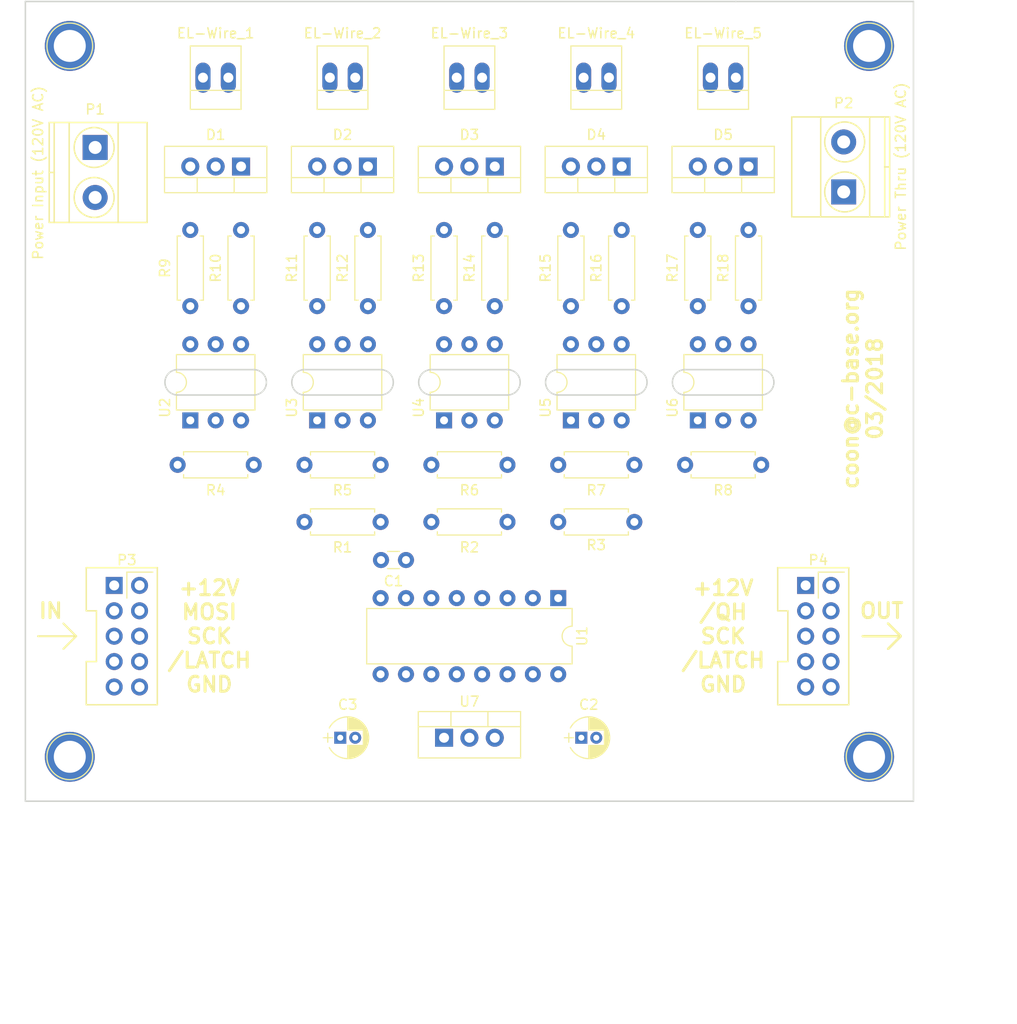
<source format=kicad_pcb>
(kicad_pcb (version 4) (host pcbnew 4.0.7)

  (general
    (links 93)
    (no_connects 93)
    (area 50.724999 25.324999 139.775001 105.485001)
    (thickness 1.6)
    (drawings 99)
    (tracks 0)
    (zones 0)
    (modules 46)
    (nets 35)
  )

  (page A4)
  (layers
    (0 F.Cu signal)
    (31 B.Cu signal)
    (32 B.Adhes user)
    (33 F.Adhes user)
    (34 B.Paste user)
    (35 F.Paste user)
    (36 B.SilkS user)
    (37 F.SilkS user)
    (38 B.Mask user)
    (39 F.Mask user)
    (40 Dwgs.User user)
    (41 Cmts.User user)
    (42 Eco1.User user)
    (43 Eco2.User user)
    (44 Edge.Cuts user)
    (45 Margin user)
    (46 B.CrtYd user)
    (47 F.CrtYd user)
    (48 B.Fab user)
    (49 F.Fab user)
  )

  (setup
    (last_trace_width 0.25)
    (user_trace_width 0.5)
    (user_trace_width 0.75)
    (user_trace_width 1)
    (trace_clearance 0.2)
    (zone_clearance 0.508)
    (zone_45_only no)
    (trace_min 0.2)
    (segment_width 0.2)
    (edge_width 0.15)
    (via_size 0.6)
    (via_drill 0.4)
    (via_min_size 0.4)
    (via_min_drill 0.3)
    (uvia_size 0.3)
    (uvia_drill 0.1)
    (uvias_allowed no)
    (uvia_min_size 0.2)
    (uvia_min_drill 0.1)
    (pcb_text_width 0.3)
    (pcb_text_size 1.5 1.5)
    (mod_edge_width 0.15)
    (mod_text_size 1 1)
    (mod_text_width 0.15)
    (pad_size 5 5)
    (pad_drill 3.2)
    (pad_to_mask_clearance 0.2)
    (aux_axis_origin 0 0)
    (visible_elements 7FFFFFFF)
    (pcbplotparams
      (layerselection 0x010f0_80000001)
      (usegerberextensions true)
      (excludeedgelayer true)
      (linewidth 0.100000)
      (plotframeref false)
      (viasonmask false)
      (mode 1)
      (useauxorigin false)
      (hpglpennumber 1)
      (hpglpenspeed 20)
      (hpglpendiameter 15)
      (hpglpenoverlay 2)
      (psnegative false)
      (psa4output false)
      (plotreference true)
      (plotvalue true)
      (plotinvisibletext false)
      (padsonsilk false)
      (subtractmaskfromsilk false)
      (outputformat 1)
      (mirror false)
      (drillshape 0)
      (scaleselection 1)
      (outputdirectory ../gerber/))
  )

  (net 0 "")
  (net 1 VCC)
  (net 2 GND)
  (net 3 +12V)
  (net 4 /AC_N)
  (net 5 "Net-(D1-Pad2)")
  (net 6 "Net-(D1-Pad3)")
  (net 7 "Net-(D2-Pad2)")
  (net 8 "Net-(D2-Pad3)")
  (net 9 "Net-(D3-Pad2)")
  (net 10 "Net-(D3-Pad3)")
  (net 11 "Net-(D4-Pad2)")
  (net 12 "Net-(D4-Pad3)")
  (net 13 "Net-(D5-Pad2)")
  (net 14 "Net-(D5-Pad3)")
  (net 15 /AC_P)
  (net 16 /MOSI)
  (net 17 /SCK)
  (net 18 /~LATCH)
  (net 19 "Net-(R4-Pad1)")
  (net 20 "Net-(R4-Pad2)")
  (net 21 "Net-(R5-Pad1)")
  (net 22 "Net-(R5-Pad2)")
  (net 23 "Net-(R6-Pad2)")
  (net 24 "Net-(R8-Pad2)")
  (net 25 "Net-(R6-Pad1)")
  (net 26 "Net-(R7-Pad1)")
  (net 27 "Net-(R7-Pad2)")
  (net 28 "Net-(R8-Pad1)")
  (net 29 "Net-(R9-Pad2)")
  (net 30 "Net-(R11-Pad2)")
  (net 31 "Net-(R13-Pad2)")
  (net 32 "Net-(R15-Pad2)")
  (net 33 "Net-(R17-Pad2)")
  (net 34 /~QH)

  (net_class Default "This is the default net class."
    (clearance 0.2)
    (trace_width 0.25)
    (via_dia 0.6)
    (via_drill 0.4)
    (uvia_dia 0.3)
    (uvia_drill 0.1)
    (add_net +12V)
    (add_net /AC_N)
    (add_net /AC_P)
    (add_net /MOSI)
    (add_net /SCK)
    (add_net /~LATCH)
    (add_net /~QH)
    (add_net GND)
    (add_net "Net-(D1-Pad2)")
    (add_net "Net-(D1-Pad3)")
    (add_net "Net-(D2-Pad2)")
    (add_net "Net-(D2-Pad3)")
    (add_net "Net-(D3-Pad2)")
    (add_net "Net-(D3-Pad3)")
    (add_net "Net-(D4-Pad2)")
    (add_net "Net-(D4-Pad3)")
    (add_net "Net-(D5-Pad2)")
    (add_net "Net-(D5-Pad3)")
    (add_net "Net-(R11-Pad2)")
    (add_net "Net-(R13-Pad2)")
    (add_net "Net-(R15-Pad2)")
    (add_net "Net-(R17-Pad2)")
    (add_net "Net-(R4-Pad1)")
    (add_net "Net-(R4-Pad2)")
    (add_net "Net-(R5-Pad1)")
    (add_net "Net-(R5-Pad2)")
    (add_net "Net-(R6-Pad1)")
    (add_net "Net-(R6-Pad2)")
    (add_net "Net-(R7-Pad1)")
    (add_net "Net-(R7-Pad2)")
    (add_net "Net-(R8-Pad1)")
    (add_net "Net-(R8-Pad2)")
    (add_net "Net-(R9-Pad2)")
    (add_net VCC)
  )

  (module Connectors:1pin (layer F.Cu) (tedit 5AA96ED3) (tstamp 5AA96F68)
    (at 135.255 100.965)
    (descr "module 1 pin (ou trou mecanique de percage)")
    (tags DEV)
    (fp_text reference REF** (at 0 -3.048) (layer F.SilkS) hide
      (effects (font (size 1 1) (thickness 0.15)))
    )
    (fp_text value 1pin (at 0 3) (layer F.Fab)
      (effects (font (size 1 1) (thickness 0.15)))
    )
    (fp_circle (center 0 0) (end 2 0.8) (layer F.Fab) (width 0.1))
    (fp_circle (center 0 0) (end 2.6 0) (layer F.CrtYd) (width 0.05))
    (fp_circle (center 0 0) (end 0 -2.286) (layer F.SilkS) (width 0.12))
    (pad 1 thru_hole circle (at 0 0) (size 5 5) (drill 3.2) (layers *.Cu *.Mask))
  )

  (module Connectors:1pin (layer F.Cu) (tedit 5AA96ED3) (tstamp 5AA96F5A)
    (at 55.245 100.965)
    (descr "module 1 pin (ou trou mecanique de percage)")
    (tags DEV)
    (fp_text reference REF** (at 0 -3.048) (layer F.SilkS) hide
      (effects (font (size 1 1) (thickness 0.15)))
    )
    (fp_text value 1pin (at 0 3) (layer F.Fab)
      (effects (font (size 1 1) (thickness 0.15)))
    )
    (fp_circle (center 0 0) (end 2 0.8) (layer F.Fab) (width 0.1))
    (fp_circle (center 0 0) (end 2.6 0) (layer F.CrtYd) (width 0.05))
    (fp_circle (center 0 0) (end 0 -2.286) (layer F.SilkS) (width 0.12))
    (pad 1 thru_hole circle (at 0 0) (size 5 5) (drill 3.2) (layers *.Cu *.Mask))
  )

  (module Connectors:1pin (layer F.Cu) (tedit 5AA96ED3) (tstamp 5AA96F42)
    (at 135.255 29.845)
    (descr "module 1 pin (ou trou mecanique de percage)")
    (tags DEV)
    (fp_text reference REF** (at 0 -3.048) (layer F.SilkS) hide
      (effects (font (size 1 1) (thickness 0.15)))
    )
    (fp_text value 1pin (at 0 3) (layer F.Fab)
      (effects (font (size 1 1) (thickness 0.15)))
    )
    (fp_circle (center 0 0) (end 2 0.8) (layer F.Fab) (width 0.1))
    (fp_circle (center 0 0) (end 2.6 0) (layer F.CrtYd) (width 0.05))
    (fp_circle (center 0 0) (end 0 -2.286) (layer F.SilkS) (width 0.12))
    (pad 1 thru_hole circle (at 0 0) (size 5 5) (drill 3.2) (layers *.Cu *.Mask))
  )

  (module Connectors:PINHEAD1-2 (layer F.Cu) (tedit 59AE4D7B) (tstamp 59AAD02F)
    (at 109.22 33.02 180)
    (path /58A9435F)
    (fp_text reference EL-Wire_4 (at 1.27 4.445 180) (layer F.SilkS)
      (effects (font (size 1 1) (thickness 0.15)))
    )
    (fp_text value C (at 1.27 3.81 180) (layer F.Fab)
      (effects (font (size 1 1) (thickness 0.15)))
    )
    (fp_line (start 3.81 -1.27) (end -1.27 -1.27) (layer F.SilkS) (width 0.12))
    (fp_line (start 3.81 3.17) (end -1.27 3.17) (layer F.SilkS) (width 0.12))
    (fp_line (start -1.27 -3.17) (end 3.81 -3.17) (layer F.SilkS) (width 0.12))
    (fp_line (start -1.27 -3.17) (end -1.27 3.17) (layer F.SilkS) (width 0.12))
    (fp_line (start 3.81 -3.17) (end 3.81 3.17) (layer F.SilkS) (width 0.12))
    (fp_line (start -1.52 -3.42) (end 4.06 -3.42) (layer F.CrtYd) (width 0.05))
    (fp_line (start -1.52 -3.42) (end -1.52 3.42) (layer F.CrtYd) (width 0.05))
    (fp_line (start 4.06 3.42) (end 4.06 -3.42) (layer F.CrtYd) (width 0.05))
    (fp_line (start 4.06 3.42) (end -1.52 3.42) (layer F.CrtYd) (width 0.05))
    (pad 1 thru_hole oval (at 0 0 180) (size 1.51 3.01) (drill 1) (layers *.Cu *.Mask)
      (net 11 "Net-(D4-Pad2)"))
    (pad 2 thru_hole oval (at 2.54 0 180) (size 1.51 3.01) (drill 1) (layers *.Cu *.Mask)
      (net 15 /AC_P))
  )

  (module Housings_DIP:DIP-16_W7.62mm (layer F.Cu) (tedit 586281B4) (tstamp 58CEB08F)
    (at 104.14 85.09 270)
    (descr "16-lead dip package, row spacing 7.62 mm (300 mils)")
    (tags "DIL DIP PDIP 2.54mm 7.62mm 300mil")
    (path /58A8BBB1)
    (fp_text reference U1 (at 3.81 -2.39 270) (layer F.SilkS)
      (effects (font (size 1 1) (thickness 0.15)))
    )
    (fp_text value 74HC595 (at 3.81 20.17 270) (layer F.Fab)
      (effects (font (size 1 1) (thickness 0.15)))
    )
    (fp_arc (start 3.81 -1.39) (end 2.81 -1.39) (angle -180) (layer F.SilkS) (width 0.12))
    (fp_line (start 1.635 -1.27) (end 6.985 -1.27) (layer F.Fab) (width 0.1))
    (fp_line (start 6.985 -1.27) (end 6.985 19.05) (layer F.Fab) (width 0.1))
    (fp_line (start 6.985 19.05) (end 0.635 19.05) (layer F.Fab) (width 0.1))
    (fp_line (start 0.635 19.05) (end 0.635 -0.27) (layer F.Fab) (width 0.1))
    (fp_line (start 0.635 -0.27) (end 1.635 -1.27) (layer F.Fab) (width 0.1))
    (fp_line (start 2.81 -1.39) (end 1.04 -1.39) (layer F.SilkS) (width 0.12))
    (fp_line (start 1.04 -1.39) (end 1.04 19.17) (layer F.SilkS) (width 0.12))
    (fp_line (start 1.04 19.17) (end 6.58 19.17) (layer F.SilkS) (width 0.12))
    (fp_line (start 6.58 19.17) (end 6.58 -1.39) (layer F.SilkS) (width 0.12))
    (fp_line (start 6.58 -1.39) (end 4.81 -1.39) (layer F.SilkS) (width 0.12))
    (fp_line (start -1.1 -1.6) (end -1.1 19.3) (layer F.CrtYd) (width 0.05))
    (fp_line (start -1.1 19.3) (end 8.7 19.3) (layer F.CrtYd) (width 0.05))
    (fp_line (start 8.7 19.3) (end 8.7 -1.6) (layer F.CrtYd) (width 0.05))
    (fp_line (start 8.7 -1.6) (end -1.1 -1.6) (layer F.CrtYd) (width 0.05))
    (pad 1 thru_hole rect (at 0 0 270) (size 1.6 1.6) (drill 0.8) (layers *.Cu *.Mask)
      (net 22 "Net-(R5-Pad2)"))
    (pad 9 thru_hole oval (at 7.62 17.78 270) (size 1.6 1.6) (drill 0.8) (layers *.Cu *.Mask)
      (net 34 /~QH))
    (pad 2 thru_hole oval (at 0 2.54 270) (size 1.6 1.6) (drill 0.8) (layers *.Cu *.Mask)
      (net 23 "Net-(R6-Pad2)"))
    (pad 10 thru_hole oval (at 7.62 15.24 270) (size 1.6 1.6) (drill 0.8) (layers *.Cu *.Mask)
      (net 1 VCC))
    (pad 3 thru_hole oval (at 0 5.08 270) (size 1.6 1.6) (drill 0.8) (layers *.Cu *.Mask)
      (net 27 "Net-(R7-Pad2)"))
    (pad 11 thru_hole oval (at 7.62 12.7 270) (size 1.6 1.6) (drill 0.8) (layers *.Cu *.Mask)
      (net 17 /SCK))
    (pad 4 thru_hole oval (at 0 7.62 270) (size 1.6 1.6) (drill 0.8) (layers *.Cu *.Mask)
      (net 24 "Net-(R8-Pad2)"))
    (pad 12 thru_hole oval (at 7.62 10.16 270) (size 1.6 1.6) (drill 0.8) (layers *.Cu *.Mask)
      (net 18 /~LATCH))
    (pad 5 thru_hole oval (at 0 10.16 270) (size 1.6 1.6) (drill 0.8) (layers *.Cu *.Mask))
    (pad 13 thru_hole oval (at 7.62 7.62 270) (size 1.6 1.6) (drill 0.8) (layers *.Cu *.Mask)
      (net 2 GND))
    (pad 6 thru_hole oval (at 0 12.7 270) (size 1.6 1.6) (drill 0.8) (layers *.Cu *.Mask))
    (pad 14 thru_hole oval (at 7.62 5.08 270) (size 1.6 1.6) (drill 0.8) (layers *.Cu *.Mask)
      (net 16 /MOSI))
    (pad 7 thru_hole oval (at 0 15.24 270) (size 1.6 1.6) (drill 0.8) (layers *.Cu *.Mask))
    (pad 15 thru_hole oval (at 7.62 2.54 270) (size 1.6 1.6) (drill 0.8) (layers *.Cu *.Mask)
      (net 20 "Net-(R4-Pad2)"))
    (pad 8 thru_hole oval (at 0 17.78 270) (size 1.6 1.6) (drill 0.8) (layers *.Cu *.Mask)
      (net 2 GND))
    (pad 16 thru_hole oval (at 7.62 0 270) (size 1.6 1.6) (drill 0.8) (layers *.Cu *.Mask)
      (net 1 VCC))
    (model Housings_DIP.3dshapes/DIP-16_W7.62mm.wrl
      (at (xyz 0 0 0))
      (scale (xyz 1 1 1))
      (rotate (xyz 0 0 0))
    )
  )

  (module Housings_DIP:DIP-6_W7.62mm (layer F.Cu) (tedit 586281B4) (tstamp 58CEB099)
    (at 67.31 67.31 90)
    (descr "6-lead dip package, row spacing 7.62 mm (300 mils)")
    (tags "DIL DIP PDIP 2.54mm 7.62mm 300mil")
    (path /58B4C29D)
    (fp_text reference U2 (at 1.27 -2.54 90) (layer F.SilkS)
      (effects (font (size 1 1) (thickness 0.15)))
    )
    (fp_text value MOC3063M (at 3.81 7.47 90) (layer F.Fab)
      (effects (font (size 1 1) (thickness 0.15)))
    )
    (fp_arc (start 3.81 -1.39) (end 2.81 -1.39) (angle -180) (layer F.SilkS) (width 0.12))
    (fp_line (start 1.635 -1.27) (end 6.985 -1.27) (layer F.Fab) (width 0.1))
    (fp_line (start 6.985 -1.27) (end 6.985 6.35) (layer F.Fab) (width 0.1))
    (fp_line (start 6.985 6.35) (end 0.635 6.35) (layer F.Fab) (width 0.1))
    (fp_line (start 0.635 6.35) (end 0.635 -0.27) (layer F.Fab) (width 0.1))
    (fp_line (start 0.635 -0.27) (end 1.635 -1.27) (layer F.Fab) (width 0.1))
    (fp_line (start 2.81 -1.39) (end 1.04 -1.39) (layer F.SilkS) (width 0.12))
    (fp_line (start 1.04 -1.39) (end 1.04 6.47) (layer F.SilkS) (width 0.12))
    (fp_line (start 1.04 6.47) (end 6.58 6.47) (layer F.SilkS) (width 0.12))
    (fp_line (start 6.58 6.47) (end 6.58 -1.39) (layer F.SilkS) (width 0.12))
    (fp_line (start 6.58 -1.39) (end 4.81 -1.39) (layer F.SilkS) (width 0.12))
    (fp_line (start -1.1 -1.6) (end -1.1 6.6) (layer F.CrtYd) (width 0.05))
    (fp_line (start -1.1 6.6) (end 8.7 6.6) (layer F.CrtYd) (width 0.05))
    (fp_line (start 8.7 6.6) (end 8.7 -1.6) (layer F.CrtYd) (width 0.05))
    (fp_line (start 8.7 -1.6) (end -1.1 -1.6) (layer F.CrtYd) (width 0.05))
    (pad 1 thru_hole rect (at 0 0 90) (size 1.6 1.6) (drill 0.8) (layers *.Cu *.Mask)
      (net 19 "Net-(R4-Pad1)"))
    (pad 4 thru_hole oval (at 7.62 5.08 90) (size 1.6 1.6) (drill 0.8) (layers *.Cu *.Mask)
      (net 6 "Net-(D1-Pad3)"))
    (pad 2 thru_hole oval (at 0 2.54 90) (size 1.6 1.6) (drill 0.8) (layers *.Cu *.Mask)
      (net 2 GND))
    (pad 5 thru_hole oval (at 7.62 2.54 90) (size 1.6 1.6) (drill 0.8) (layers *.Cu *.Mask))
    (pad 3 thru_hole oval (at 0 5.08 90) (size 1.6 1.6) (drill 0.8) (layers *.Cu *.Mask))
    (pad 6 thru_hole oval (at 7.62 0 90) (size 1.6 1.6) (drill 0.8) (layers *.Cu *.Mask)
      (net 29 "Net-(R9-Pad2)"))
    (model Housings_DIP.3dshapes/DIP-6_W7.62mm.wrl
      (at (xyz 0 0 0))
      (scale (xyz 1 1 1))
      (rotate (xyz 0 0 0))
    )
  )

  (module Resistors_THT:R_Axial_DIN0207_L6.3mm_D2.5mm_P7.62mm_Horizontal (layer F.Cu) (tedit 5AA830D4) (tstamp 58CEB027)
    (at 78.74 77.47)
    (descr "Resistor, Axial_DIN0207 series, Axial, Horizontal, pin pitch=7.62mm, 0.25W = 1/4W, length*diameter=6.3*2.5mm^2, http://cdn-reichelt.de/documents/datenblatt/B400/1_4W%23YAG.pdf")
    (tags "Resistor Axial_DIN0207 series Axial Horizontal pin pitch 7.62mm 0.25W = 1/4W length 6.3mm diameter 2.5mm")
    (path /5A8DF15B)
    (fp_text reference R1 (at 3.81 2.54) (layer F.SilkS)
      (effects (font (size 1 1) (thickness 0.15)))
    )
    (fp_text value 4k7 (at 3.81 2.31) (layer F.Fab)
      (effects (font (size 1 1) (thickness 0.15)))
    )
    (fp_line (start 0.66 -1.25) (end 0.66 1.25) (layer F.Fab) (width 0.1))
    (fp_line (start 0.66 1.25) (end 6.96 1.25) (layer F.Fab) (width 0.1))
    (fp_line (start 6.96 1.25) (end 6.96 -1.25) (layer F.Fab) (width 0.1))
    (fp_line (start 6.96 -1.25) (end 0.66 -1.25) (layer F.Fab) (width 0.1))
    (fp_line (start 0 0) (end 0.66 0) (layer F.Fab) (width 0.1))
    (fp_line (start 7.62 0) (end 6.96 0) (layer F.Fab) (width 0.1))
    (fp_line (start 0.6 -0.98) (end 0.6 -1.31) (layer F.SilkS) (width 0.12))
    (fp_line (start 0.6 -1.31) (end 7.02 -1.31) (layer F.SilkS) (width 0.12))
    (fp_line (start 7.02 -1.31) (end 7.02 -0.98) (layer F.SilkS) (width 0.12))
    (fp_line (start 0.6 0.98) (end 0.6 1.31) (layer F.SilkS) (width 0.12))
    (fp_line (start 0.6 1.31) (end 7.02 1.31) (layer F.SilkS) (width 0.12))
    (fp_line (start 7.02 1.31) (end 7.02 0.98) (layer F.SilkS) (width 0.12))
    (fp_line (start -1.05 -1.6) (end -1.05 1.6) (layer F.CrtYd) (width 0.05))
    (fp_line (start -1.05 1.6) (end 8.7 1.6) (layer F.CrtYd) (width 0.05))
    (fp_line (start 8.7 1.6) (end 8.7 -1.6) (layer F.CrtYd) (width 0.05))
    (fp_line (start 8.7 -1.6) (end -1.05 -1.6) (layer F.CrtYd) (width 0.05))
    (pad 1 thru_hole circle (at 0 0) (size 1.6 1.6) (drill 0.8) (layers *.Cu *.Mask)
      (net 17 /SCK))
    (pad 2 thru_hole oval (at 7.62 0) (size 1.6 1.6) (drill 0.8) (layers *.Cu *.Mask)
      (net 2 GND))
    (model Resistors_THT.3dshapes/R_Axial_DIN0207_L6.3mm_D2.5mm_P7.62mm_Horizontal.wrl
      (at (xyz 0 0 0))
      (scale (xyz 0.393701 0.393701 0.393701))
      (rotate (xyz 0 0 0))
    )
  )

  (module Resistors_THT:R_Axial_DIN0207_L6.3mm_D2.5mm_P7.62mm_Horizontal (layer F.Cu) (tedit 5AA83140) (tstamp 58CEB02D)
    (at 91.44 77.47)
    (descr "Resistor, Axial_DIN0207 series, Axial, Horizontal, pin pitch=7.62mm, 0.25W = 1/4W, length*diameter=6.3*2.5mm^2, http://cdn-reichelt.de/documents/datenblatt/B400/1_4W%23YAG.pdf")
    (tags "Resistor Axial_DIN0207 series Axial Horizontal pin pitch 7.62mm 0.25W = 1/4W length 6.3mm diameter 2.5mm")
    (path /5A8DDF79)
    (fp_text reference R2 (at 3.81 2.54) (layer F.SilkS)
      (effects (font (size 1 1) (thickness 0.15)))
    )
    (fp_text value 4k7 (at 3.81 2.31) (layer F.Fab)
      (effects (font (size 1 1) (thickness 0.15)))
    )
    (fp_line (start 0.66 -1.25) (end 0.66 1.25) (layer F.Fab) (width 0.1))
    (fp_line (start 0.66 1.25) (end 6.96 1.25) (layer F.Fab) (width 0.1))
    (fp_line (start 6.96 1.25) (end 6.96 -1.25) (layer F.Fab) (width 0.1))
    (fp_line (start 6.96 -1.25) (end 0.66 -1.25) (layer F.Fab) (width 0.1))
    (fp_line (start 0 0) (end 0.66 0) (layer F.Fab) (width 0.1))
    (fp_line (start 7.62 0) (end 6.96 0) (layer F.Fab) (width 0.1))
    (fp_line (start 0.6 -0.98) (end 0.6 -1.31) (layer F.SilkS) (width 0.12))
    (fp_line (start 0.6 -1.31) (end 7.02 -1.31) (layer F.SilkS) (width 0.12))
    (fp_line (start 7.02 -1.31) (end 7.02 -0.98) (layer F.SilkS) (width 0.12))
    (fp_line (start 0.6 0.98) (end 0.6 1.31) (layer F.SilkS) (width 0.12))
    (fp_line (start 0.6 1.31) (end 7.02 1.31) (layer F.SilkS) (width 0.12))
    (fp_line (start 7.02 1.31) (end 7.02 0.98) (layer F.SilkS) (width 0.12))
    (fp_line (start -1.05 -1.6) (end -1.05 1.6) (layer F.CrtYd) (width 0.05))
    (fp_line (start -1.05 1.6) (end 8.7 1.6) (layer F.CrtYd) (width 0.05))
    (fp_line (start 8.7 1.6) (end 8.7 -1.6) (layer F.CrtYd) (width 0.05))
    (fp_line (start 8.7 -1.6) (end -1.05 -1.6) (layer F.CrtYd) (width 0.05))
    (pad 1 thru_hole circle (at 0 0) (size 1.6 1.6) (drill 0.8) (layers *.Cu *.Mask)
      (net 18 /~LATCH))
    (pad 2 thru_hole oval (at 7.62 0) (size 1.6 1.6) (drill 0.8) (layers *.Cu *.Mask)
      (net 2 GND))
    (model Resistors_THT.3dshapes/R_Axial_DIN0207_L6.3mm_D2.5mm_P7.62mm_Horizontal.wrl
      (at (xyz 0 0 0))
      (scale (xyz 0.393701 0.393701 0.393701))
      (rotate (xyz 0 0 0))
    )
  )

  (module Resistors_THT:R_Axial_DIN0207_L6.3mm_D2.5mm_P7.62mm_Horizontal (layer F.Cu) (tedit 5874F706) (tstamp 58CEB033)
    (at 111.76 77.47 180)
    (descr "Resistor, Axial_DIN0207 series, Axial, Horizontal, pin pitch=7.62mm, 0.25W = 1/4W, length*diameter=6.3*2.5mm^2, http://cdn-reichelt.de/documents/datenblatt/B400/1_4W%23YAG.pdf")
    (tags "Resistor Axial_DIN0207 series Axial Horizontal pin pitch 7.62mm 0.25W = 1/4W length 6.3mm diameter 2.5mm")
    (path /5A8DCB70)
    (fp_text reference R3 (at 3.81 -2.31 180) (layer F.SilkS)
      (effects (font (size 1 1) (thickness 0.15)))
    )
    (fp_text value 4k7 (at 3.81 2.31 180) (layer F.Fab)
      (effects (font (size 1 1) (thickness 0.15)))
    )
    (fp_line (start 0.66 -1.25) (end 0.66 1.25) (layer F.Fab) (width 0.1))
    (fp_line (start 0.66 1.25) (end 6.96 1.25) (layer F.Fab) (width 0.1))
    (fp_line (start 6.96 1.25) (end 6.96 -1.25) (layer F.Fab) (width 0.1))
    (fp_line (start 6.96 -1.25) (end 0.66 -1.25) (layer F.Fab) (width 0.1))
    (fp_line (start 0 0) (end 0.66 0) (layer F.Fab) (width 0.1))
    (fp_line (start 7.62 0) (end 6.96 0) (layer F.Fab) (width 0.1))
    (fp_line (start 0.6 -0.98) (end 0.6 -1.31) (layer F.SilkS) (width 0.12))
    (fp_line (start 0.6 -1.31) (end 7.02 -1.31) (layer F.SilkS) (width 0.12))
    (fp_line (start 7.02 -1.31) (end 7.02 -0.98) (layer F.SilkS) (width 0.12))
    (fp_line (start 0.6 0.98) (end 0.6 1.31) (layer F.SilkS) (width 0.12))
    (fp_line (start 0.6 1.31) (end 7.02 1.31) (layer F.SilkS) (width 0.12))
    (fp_line (start 7.02 1.31) (end 7.02 0.98) (layer F.SilkS) (width 0.12))
    (fp_line (start -1.05 -1.6) (end -1.05 1.6) (layer F.CrtYd) (width 0.05))
    (fp_line (start -1.05 1.6) (end 8.7 1.6) (layer F.CrtYd) (width 0.05))
    (fp_line (start 8.7 1.6) (end 8.7 -1.6) (layer F.CrtYd) (width 0.05))
    (fp_line (start 8.7 -1.6) (end -1.05 -1.6) (layer F.CrtYd) (width 0.05))
    (pad 1 thru_hole circle (at 0 0 180) (size 1.6 1.6) (drill 0.8) (layers *.Cu *.Mask)
      (net 16 /MOSI))
    (pad 2 thru_hole oval (at 7.62 0 180) (size 1.6 1.6) (drill 0.8) (layers *.Cu *.Mask)
      (net 2 GND))
    (model Resistors_THT.3dshapes/R_Axial_DIN0207_L6.3mm_D2.5mm_P7.62mm_Horizontal.wrl
      (at (xyz 0 0 0))
      (scale (xyz 0.393701 0.393701 0.393701))
      (rotate (xyz 0 0 0))
    )
  )

  (module Resistors_THT:R_Axial_DIN0207_L6.3mm_D2.5mm_P7.62mm_Horizontal (layer F.Cu) (tedit 5AA83076) (tstamp 58CEB039)
    (at 66.04 71.755)
    (descr "Resistor, Axial_DIN0207 series, Axial, Horizontal, pin pitch=7.62mm, 0.25W = 1/4W, length*diameter=6.3*2.5mm^2, http://cdn-reichelt.de/documents/datenblatt/B400/1_4W%23YAG.pdf")
    (tags "Resistor Axial_DIN0207 series Axial Horizontal pin pitch 7.62mm 0.25W = 1/4W length 6.3mm diameter 2.5mm")
    (path /58B4F0F1)
    (fp_text reference R4 (at 3.81 2.54) (layer F.SilkS)
      (effects (font (size 1 1) (thickness 0.15)))
    )
    (fp_text value 510 (at 3.81 2.31) (layer F.Fab)
      (effects (font (size 1 1) (thickness 0.15)))
    )
    (fp_line (start 0.66 -1.25) (end 0.66 1.25) (layer F.Fab) (width 0.1))
    (fp_line (start 0.66 1.25) (end 6.96 1.25) (layer F.Fab) (width 0.1))
    (fp_line (start 6.96 1.25) (end 6.96 -1.25) (layer F.Fab) (width 0.1))
    (fp_line (start 6.96 -1.25) (end 0.66 -1.25) (layer F.Fab) (width 0.1))
    (fp_line (start 0 0) (end 0.66 0) (layer F.Fab) (width 0.1))
    (fp_line (start 7.62 0) (end 6.96 0) (layer F.Fab) (width 0.1))
    (fp_line (start 0.6 -0.98) (end 0.6 -1.31) (layer F.SilkS) (width 0.12))
    (fp_line (start 0.6 -1.31) (end 7.02 -1.31) (layer F.SilkS) (width 0.12))
    (fp_line (start 7.02 -1.31) (end 7.02 -0.98) (layer F.SilkS) (width 0.12))
    (fp_line (start 0.6 0.98) (end 0.6 1.31) (layer F.SilkS) (width 0.12))
    (fp_line (start 0.6 1.31) (end 7.02 1.31) (layer F.SilkS) (width 0.12))
    (fp_line (start 7.02 1.31) (end 7.02 0.98) (layer F.SilkS) (width 0.12))
    (fp_line (start -1.05 -1.6) (end -1.05 1.6) (layer F.CrtYd) (width 0.05))
    (fp_line (start -1.05 1.6) (end 8.7 1.6) (layer F.CrtYd) (width 0.05))
    (fp_line (start 8.7 1.6) (end 8.7 -1.6) (layer F.CrtYd) (width 0.05))
    (fp_line (start 8.7 -1.6) (end -1.05 -1.6) (layer F.CrtYd) (width 0.05))
    (pad 1 thru_hole circle (at 0 0) (size 1.6 1.6) (drill 0.8) (layers *.Cu *.Mask)
      (net 19 "Net-(R4-Pad1)"))
    (pad 2 thru_hole oval (at 7.62 0) (size 1.6 1.6) (drill 0.8) (layers *.Cu *.Mask)
      (net 20 "Net-(R4-Pad2)"))
    (model Resistors_THT.3dshapes/R_Axial_DIN0207_L6.3mm_D2.5mm_P7.62mm_Horizontal.wrl
      (at (xyz 0 0 0))
      (scale (xyz 0.393701 0.393701 0.393701))
      (rotate (xyz 0 0 0))
    )
  )

  (module Resistors_THT:R_Axial_DIN0207_L6.3mm_D2.5mm_P7.62mm_Horizontal (layer F.Cu) (tedit 5AA8307B) (tstamp 58CEB03F)
    (at 78.74 71.755)
    (descr "Resistor, Axial_DIN0207 series, Axial, Horizontal, pin pitch=7.62mm, 0.25W = 1/4W, length*diameter=6.3*2.5mm^2, http://cdn-reichelt.de/documents/datenblatt/B400/1_4W%23YAG.pdf")
    (tags "Resistor Axial_DIN0207 series Axial Horizontal pin pitch 7.62mm 0.25W = 1/4W length 6.3mm diameter 2.5mm")
    (path /58B4F1FA)
    (fp_text reference R5 (at 3.81 2.54) (layer F.SilkS)
      (effects (font (size 1 1) (thickness 0.15)))
    )
    (fp_text value 510 (at 3.81 2.31) (layer F.Fab)
      (effects (font (size 1 1) (thickness 0.15)))
    )
    (fp_line (start 0.66 -1.25) (end 0.66 1.25) (layer F.Fab) (width 0.1))
    (fp_line (start 0.66 1.25) (end 6.96 1.25) (layer F.Fab) (width 0.1))
    (fp_line (start 6.96 1.25) (end 6.96 -1.25) (layer F.Fab) (width 0.1))
    (fp_line (start 6.96 -1.25) (end 0.66 -1.25) (layer F.Fab) (width 0.1))
    (fp_line (start 0 0) (end 0.66 0) (layer F.Fab) (width 0.1))
    (fp_line (start 7.62 0) (end 6.96 0) (layer F.Fab) (width 0.1))
    (fp_line (start 0.6 -0.98) (end 0.6 -1.31) (layer F.SilkS) (width 0.12))
    (fp_line (start 0.6 -1.31) (end 7.02 -1.31) (layer F.SilkS) (width 0.12))
    (fp_line (start 7.02 -1.31) (end 7.02 -0.98) (layer F.SilkS) (width 0.12))
    (fp_line (start 0.6 0.98) (end 0.6 1.31) (layer F.SilkS) (width 0.12))
    (fp_line (start 0.6 1.31) (end 7.02 1.31) (layer F.SilkS) (width 0.12))
    (fp_line (start 7.02 1.31) (end 7.02 0.98) (layer F.SilkS) (width 0.12))
    (fp_line (start -1.05 -1.6) (end -1.05 1.6) (layer F.CrtYd) (width 0.05))
    (fp_line (start -1.05 1.6) (end 8.7 1.6) (layer F.CrtYd) (width 0.05))
    (fp_line (start 8.7 1.6) (end 8.7 -1.6) (layer F.CrtYd) (width 0.05))
    (fp_line (start 8.7 -1.6) (end -1.05 -1.6) (layer F.CrtYd) (width 0.05))
    (pad 1 thru_hole circle (at 0 0) (size 1.6 1.6) (drill 0.8) (layers *.Cu *.Mask)
      (net 21 "Net-(R5-Pad1)"))
    (pad 2 thru_hole oval (at 7.62 0) (size 1.6 1.6) (drill 0.8) (layers *.Cu *.Mask)
      (net 22 "Net-(R5-Pad2)"))
    (model Resistors_THT.3dshapes/R_Axial_DIN0207_L6.3mm_D2.5mm_P7.62mm_Horizontal.wrl
      (at (xyz 0 0 0))
      (scale (xyz 0.393701 0.393701 0.393701))
      (rotate (xyz 0 0 0))
    )
  )

  (module Resistors_THT:R_Axial_DIN0207_L6.3mm_D2.5mm_P7.62mm_Horizontal (layer F.Cu) (tedit 59AE4DC3) (tstamp 58CEB045)
    (at 91.44 71.755)
    (descr "Resistor, Axial_DIN0207 series, Axial, Horizontal, pin pitch=7.62mm, 0.25W = 1/4W, length*diameter=6.3*2.5mm^2, http://cdn-reichelt.de/documents/datenblatt/B400/1_4W%23YAG.pdf")
    (tags "Resistor Axial_DIN0207 series Axial Horizontal pin pitch 7.62mm 0.25W = 1/4W length 6.3mm diameter 2.5mm")
    (path /58B4F255)
    (fp_text reference R6 (at 3.81 2.54) (layer F.SilkS)
      (effects (font (size 1 1) (thickness 0.15)))
    )
    (fp_text value 510 (at 3.81 2.31) (layer F.Fab)
      (effects (font (size 1 1) (thickness 0.15)))
    )
    (fp_line (start 0.66 -1.25) (end 0.66 1.25) (layer F.Fab) (width 0.1))
    (fp_line (start 0.66 1.25) (end 6.96 1.25) (layer F.Fab) (width 0.1))
    (fp_line (start 6.96 1.25) (end 6.96 -1.25) (layer F.Fab) (width 0.1))
    (fp_line (start 6.96 -1.25) (end 0.66 -1.25) (layer F.Fab) (width 0.1))
    (fp_line (start 0 0) (end 0.66 0) (layer F.Fab) (width 0.1))
    (fp_line (start 7.62 0) (end 6.96 0) (layer F.Fab) (width 0.1))
    (fp_line (start 0.6 -0.98) (end 0.6 -1.31) (layer F.SilkS) (width 0.12))
    (fp_line (start 0.6 -1.31) (end 7.02 -1.31) (layer F.SilkS) (width 0.12))
    (fp_line (start 7.02 -1.31) (end 7.02 -0.98) (layer F.SilkS) (width 0.12))
    (fp_line (start 0.6 0.98) (end 0.6 1.31) (layer F.SilkS) (width 0.12))
    (fp_line (start 0.6 1.31) (end 7.02 1.31) (layer F.SilkS) (width 0.12))
    (fp_line (start 7.02 1.31) (end 7.02 0.98) (layer F.SilkS) (width 0.12))
    (fp_line (start -1.05 -1.6) (end -1.05 1.6) (layer F.CrtYd) (width 0.05))
    (fp_line (start -1.05 1.6) (end 8.7 1.6) (layer F.CrtYd) (width 0.05))
    (fp_line (start 8.7 1.6) (end 8.7 -1.6) (layer F.CrtYd) (width 0.05))
    (fp_line (start 8.7 -1.6) (end -1.05 -1.6) (layer F.CrtYd) (width 0.05))
    (pad 1 thru_hole circle (at 0 0) (size 1.6 1.6) (drill 0.8) (layers *.Cu *.Mask)
      (net 25 "Net-(R6-Pad1)"))
    (pad 2 thru_hole oval (at 7.62 0) (size 1.6 1.6) (drill 0.8) (layers *.Cu *.Mask)
      (net 23 "Net-(R6-Pad2)"))
    (model Resistors_THT.3dshapes/R_Axial_DIN0207_L6.3mm_D2.5mm_P7.62mm_Horizontal.wrl
      (at (xyz 0 0 0))
      (scale (xyz 0.393701 0.393701 0.393701))
      (rotate (xyz 0 0 0))
    )
  )

  (module Resistors_THT:R_Axial_DIN0207_L6.3mm_D2.5mm_P7.62mm_Horizontal (layer F.Cu) (tedit 59AE4DC5) (tstamp 58CEB04B)
    (at 104.14 71.755)
    (descr "Resistor, Axial_DIN0207 series, Axial, Horizontal, pin pitch=7.62mm, 0.25W = 1/4W, length*diameter=6.3*2.5mm^2, http://cdn-reichelt.de/documents/datenblatt/B400/1_4W%23YAG.pdf")
    (tags "Resistor Axial_DIN0207 series Axial Horizontal pin pitch 7.62mm 0.25W = 1/4W length 6.3mm diameter 2.5mm")
    (path /58B4F2B2)
    (fp_text reference R7 (at 3.81 2.54) (layer F.SilkS)
      (effects (font (size 1 1) (thickness 0.15)))
    )
    (fp_text value 510 (at 3.81 2.31) (layer F.Fab)
      (effects (font (size 1 1) (thickness 0.15)))
    )
    (fp_line (start 0.66 -1.25) (end 0.66 1.25) (layer F.Fab) (width 0.1))
    (fp_line (start 0.66 1.25) (end 6.96 1.25) (layer F.Fab) (width 0.1))
    (fp_line (start 6.96 1.25) (end 6.96 -1.25) (layer F.Fab) (width 0.1))
    (fp_line (start 6.96 -1.25) (end 0.66 -1.25) (layer F.Fab) (width 0.1))
    (fp_line (start 0 0) (end 0.66 0) (layer F.Fab) (width 0.1))
    (fp_line (start 7.62 0) (end 6.96 0) (layer F.Fab) (width 0.1))
    (fp_line (start 0.6 -0.98) (end 0.6 -1.31) (layer F.SilkS) (width 0.12))
    (fp_line (start 0.6 -1.31) (end 7.02 -1.31) (layer F.SilkS) (width 0.12))
    (fp_line (start 7.02 -1.31) (end 7.02 -0.98) (layer F.SilkS) (width 0.12))
    (fp_line (start 0.6 0.98) (end 0.6 1.31) (layer F.SilkS) (width 0.12))
    (fp_line (start 0.6 1.31) (end 7.02 1.31) (layer F.SilkS) (width 0.12))
    (fp_line (start 7.02 1.31) (end 7.02 0.98) (layer F.SilkS) (width 0.12))
    (fp_line (start -1.05 -1.6) (end -1.05 1.6) (layer F.CrtYd) (width 0.05))
    (fp_line (start -1.05 1.6) (end 8.7 1.6) (layer F.CrtYd) (width 0.05))
    (fp_line (start 8.7 1.6) (end 8.7 -1.6) (layer F.CrtYd) (width 0.05))
    (fp_line (start 8.7 -1.6) (end -1.05 -1.6) (layer F.CrtYd) (width 0.05))
    (pad 1 thru_hole circle (at 0 0) (size 1.6 1.6) (drill 0.8) (layers *.Cu *.Mask)
      (net 26 "Net-(R7-Pad1)"))
    (pad 2 thru_hole oval (at 7.62 0) (size 1.6 1.6) (drill 0.8) (layers *.Cu *.Mask)
      (net 27 "Net-(R7-Pad2)"))
    (model Resistors_THT.3dshapes/R_Axial_DIN0207_L6.3mm_D2.5mm_P7.62mm_Horizontal.wrl
      (at (xyz 0 0 0))
      (scale (xyz 0.393701 0.393701 0.393701))
      (rotate (xyz 0 0 0))
    )
  )

  (module Resistors_THT:R_Axial_DIN0207_L6.3mm_D2.5mm_P7.62mm_Horizontal (layer F.Cu) (tedit 59AE4DCA) (tstamp 58CEB051)
    (at 116.84 71.755)
    (descr "Resistor, Axial_DIN0207 series, Axial, Horizontal, pin pitch=7.62mm, 0.25W = 1/4W, length*diameter=6.3*2.5mm^2, http://cdn-reichelt.de/documents/datenblatt/B400/1_4W%23YAG.pdf")
    (tags "Resistor Axial_DIN0207 series Axial Horizontal pin pitch 7.62mm 0.25W = 1/4W length 6.3mm diameter 2.5mm")
    (path /58B4F305)
    (fp_text reference R8 (at 3.81 2.54) (layer F.SilkS)
      (effects (font (size 1 1) (thickness 0.15)))
    )
    (fp_text value 510 (at 3.81 2.31) (layer F.Fab)
      (effects (font (size 1 1) (thickness 0.15)))
    )
    (fp_line (start 0.66 -1.25) (end 0.66 1.25) (layer F.Fab) (width 0.1))
    (fp_line (start 0.66 1.25) (end 6.96 1.25) (layer F.Fab) (width 0.1))
    (fp_line (start 6.96 1.25) (end 6.96 -1.25) (layer F.Fab) (width 0.1))
    (fp_line (start 6.96 -1.25) (end 0.66 -1.25) (layer F.Fab) (width 0.1))
    (fp_line (start 0 0) (end 0.66 0) (layer F.Fab) (width 0.1))
    (fp_line (start 7.62 0) (end 6.96 0) (layer F.Fab) (width 0.1))
    (fp_line (start 0.6 -0.98) (end 0.6 -1.31) (layer F.SilkS) (width 0.12))
    (fp_line (start 0.6 -1.31) (end 7.02 -1.31) (layer F.SilkS) (width 0.12))
    (fp_line (start 7.02 -1.31) (end 7.02 -0.98) (layer F.SilkS) (width 0.12))
    (fp_line (start 0.6 0.98) (end 0.6 1.31) (layer F.SilkS) (width 0.12))
    (fp_line (start 0.6 1.31) (end 7.02 1.31) (layer F.SilkS) (width 0.12))
    (fp_line (start 7.02 1.31) (end 7.02 0.98) (layer F.SilkS) (width 0.12))
    (fp_line (start -1.05 -1.6) (end -1.05 1.6) (layer F.CrtYd) (width 0.05))
    (fp_line (start -1.05 1.6) (end 8.7 1.6) (layer F.CrtYd) (width 0.05))
    (fp_line (start 8.7 1.6) (end 8.7 -1.6) (layer F.CrtYd) (width 0.05))
    (fp_line (start 8.7 -1.6) (end -1.05 -1.6) (layer F.CrtYd) (width 0.05))
    (pad 1 thru_hole circle (at 0 0) (size 1.6 1.6) (drill 0.8) (layers *.Cu *.Mask)
      (net 28 "Net-(R8-Pad1)"))
    (pad 2 thru_hole oval (at 7.62 0) (size 1.6 1.6) (drill 0.8) (layers *.Cu *.Mask)
      (net 24 "Net-(R8-Pad2)"))
    (model Resistors_THT.3dshapes/R_Axial_DIN0207_L6.3mm_D2.5mm_P7.62mm_Horizontal.wrl
      (at (xyz 0 0 0))
      (scale (xyz 0.393701 0.393701 0.393701))
      (rotate (xyz 0 0 0))
    )
  )

  (module Resistors_THT:R_Axial_DIN0207_L6.3mm_D2.5mm_P7.62mm_Horizontal (layer F.Cu) (tedit 59AE4DCC) (tstamp 58CEB057)
    (at 67.31 48.26 270)
    (descr "Resistor, Axial_DIN0207 series, Axial, Horizontal, pin pitch=7.62mm, 0.25W = 1/4W, length*diameter=6.3*2.5mm^2, http://cdn-reichelt.de/documents/datenblatt/B400/1_4W%23YAG.pdf")
    (tags "Resistor Axial_DIN0207 series Axial Horizontal pin pitch 7.62mm 0.25W = 1/4W length 6.3mm diameter 2.5mm")
    (path /58A8C8E4)
    (fp_text reference R9 (at 3.81 2.54 270) (layer F.SilkS)
      (effects (font (size 1 1) (thickness 0.15)))
    )
    (fp_text value 360 (at 3.81 2.31 270) (layer F.Fab)
      (effects (font (size 1 1) (thickness 0.15)))
    )
    (fp_line (start 0.66 -1.25) (end 0.66 1.25) (layer F.Fab) (width 0.1))
    (fp_line (start 0.66 1.25) (end 6.96 1.25) (layer F.Fab) (width 0.1))
    (fp_line (start 6.96 1.25) (end 6.96 -1.25) (layer F.Fab) (width 0.1))
    (fp_line (start 6.96 -1.25) (end 0.66 -1.25) (layer F.Fab) (width 0.1))
    (fp_line (start 0 0) (end 0.66 0) (layer F.Fab) (width 0.1))
    (fp_line (start 7.62 0) (end 6.96 0) (layer F.Fab) (width 0.1))
    (fp_line (start 0.6 -0.98) (end 0.6 -1.31) (layer F.SilkS) (width 0.12))
    (fp_line (start 0.6 -1.31) (end 7.02 -1.31) (layer F.SilkS) (width 0.12))
    (fp_line (start 7.02 -1.31) (end 7.02 -0.98) (layer F.SilkS) (width 0.12))
    (fp_line (start 0.6 0.98) (end 0.6 1.31) (layer F.SilkS) (width 0.12))
    (fp_line (start 0.6 1.31) (end 7.02 1.31) (layer F.SilkS) (width 0.12))
    (fp_line (start 7.02 1.31) (end 7.02 0.98) (layer F.SilkS) (width 0.12))
    (fp_line (start -1.05 -1.6) (end -1.05 1.6) (layer F.CrtYd) (width 0.05))
    (fp_line (start -1.05 1.6) (end 8.7 1.6) (layer F.CrtYd) (width 0.05))
    (fp_line (start 8.7 1.6) (end 8.7 -1.6) (layer F.CrtYd) (width 0.05))
    (fp_line (start 8.7 -1.6) (end -1.05 -1.6) (layer F.CrtYd) (width 0.05))
    (pad 1 thru_hole circle (at 0 0 270) (size 1.6 1.6) (drill 0.8) (layers *.Cu *.Mask)
      (net 5 "Net-(D1-Pad2)"))
    (pad 2 thru_hole oval (at 7.62 0 270) (size 1.6 1.6) (drill 0.8) (layers *.Cu *.Mask)
      (net 29 "Net-(R9-Pad2)"))
    (model Resistors_THT.3dshapes/R_Axial_DIN0207_L6.3mm_D2.5mm_P7.62mm_Horizontal.wrl
      (at (xyz 0 0 0))
      (scale (xyz 0.393701 0.393701 0.393701))
      (rotate (xyz 0 0 0))
    )
  )

  (module Resistors_THT:R_Axial_DIN0207_L6.3mm_D2.5mm_P7.62mm_Horizontal (layer F.Cu) (tedit 59AE4DD0) (tstamp 58CEB05D)
    (at 72.39 48.26 270)
    (descr "Resistor, Axial_DIN0207 series, Axial, Horizontal, pin pitch=7.62mm, 0.25W = 1/4W, length*diameter=6.3*2.5mm^2, http://cdn-reichelt.de/documents/datenblatt/B400/1_4W%23YAG.pdf")
    (tags "Resistor Axial_DIN0207 series Axial Horizontal pin pitch 7.62mm 0.25W = 1/4W length 6.3mm diameter 2.5mm")
    (path /58C9C1D6)
    (fp_text reference R10 (at 3.81 2.54 270) (layer F.SilkS)
      (effects (font (size 1 1) (thickness 0.15)))
    )
    (fp_text value 360 (at 3.81 2.31 270) (layer F.Fab)
      (effects (font (size 1 1) (thickness 0.15)))
    )
    (fp_line (start 0.66 -1.25) (end 0.66 1.25) (layer F.Fab) (width 0.1))
    (fp_line (start 0.66 1.25) (end 6.96 1.25) (layer F.Fab) (width 0.1))
    (fp_line (start 6.96 1.25) (end 6.96 -1.25) (layer F.Fab) (width 0.1))
    (fp_line (start 6.96 -1.25) (end 0.66 -1.25) (layer F.Fab) (width 0.1))
    (fp_line (start 0 0) (end 0.66 0) (layer F.Fab) (width 0.1))
    (fp_line (start 7.62 0) (end 6.96 0) (layer F.Fab) (width 0.1))
    (fp_line (start 0.6 -0.98) (end 0.6 -1.31) (layer F.SilkS) (width 0.12))
    (fp_line (start 0.6 -1.31) (end 7.02 -1.31) (layer F.SilkS) (width 0.12))
    (fp_line (start 7.02 -1.31) (end 7.02 -0.98) (layer F.SilkS) (width 0.12))
    (fp_line (start 0.6 0.98) (end 0.6 1.31) (layer F.SilkS) (width 0.12))
    (fp_line (start 0.6 1.31) (end 7.02 1.31) (layer F.SilkS) (width 0.12))
    (fp_line (start 7.02 1.31) (end 7.02 0.98) (layer F.SilkS) (width 0.12))
    (fp_line (start -1.05 -1.6) (end -1.05 1.6) (layer F.CrtYd) (width 0.05))
    (fp_line (start -1.05 1.6) (end 8.7 1.6) (layer F.CrtYd) (width 0.05))
    (fp_line (start 8.7 1.6) (end 8.7 -1.6) (layer F.CrtYd) (width 0.05))
    (fp_line (start 8.7 -1.6) (end -1.05 -1.6) (layer F.CrtYd) (width 0.05))
    (pad 1 thru_hole circle (at 0 0 270) (size 1.6 1.6) (drill 0.8) (layers *.Cu *.Mask)
      (net 4 /AC_N))
    (pad 2 thru_hole oval (at 7.62 0 270) (size 1.6 1.6) (drill 0.8) (layers *.Cu *.Mask)
      (net 6 "Net-(D1-Pad3)"))
    (model Resistors_THT.3dshapes/R_Axial_DIN0207_L6.3mm_D2.5mm_P7.62mm_Horizontal.wrl
      (at (xyz 0 0 0))
      (scale (xyz 0.393701 0.393701 0.393701))
      (rotate (xyz 0 0 0))
    )
  )

  (module Resistors_THT:R_Axial_DIN0207_L6.3mm_D2.5mm_P7.62mm_Horizontal (layer F.Cu) (tedit 59AE4DD3) (tstamp 58CEB063)
    (at 80.01 48.26 270)
    (descr "Resistor, Axial_DIN0207 series, Axial, Horizontal, pin pitch=7.62mm, 0.25W = 1/4W, length*diameter=6.3*2.5mm^2, http://cdn-reichelt.de/documents/datenblatt/B400/1_4W%23YAG.pdf")
    (tags "Resistor Axial_DIN0207 series Axial Horizontal pin pitch 7.62mm 0.25W = 1/4W length 6.3mm diameter 2.5mm")
    (path /58A941A9)
    (fp_text reference R11 (at 3.81 2.54 270) (layer F.SilkS)
      (effects (font (size 1 1) (thickness 0.15)))
    )
    (fp_text value 360 (at 3.81 2.31 270) (layer F.Fab)
      (effects (font (size 1 1) (thickness 0.15)))
    )
    (fp_line (start 0.66 -1.25) (end 0.66 1.25) (layer F.Fab) (width 0.1))
    (fp_line (start 0.66 1.25) (end 6.96 1.25) (layer F.Fab) (width 0.1))
    (fp_line (start 6.96 1.25) (end 6.96 -1.25) (layer F.Fab) (width 0.1))
    (fp_line (start 6.96 -1.25) (end 0.66 -1.25) (layer F.Fab) (width 0.1))
    (fp_line (start 0 0) (end 0.66 0) (layer F.Fab) (width 0.1))
    (fp_line (start 7.62 0) (end 6.96 0) (layer F.Fab) (width 0.1))
    (fp_line (start 0.6 -0.98) (end 0.6 -1.31) (layer F.SilkS) (width 0.12))
    (fp_line (start 0.6 -1.31) (end 7.02 -1.31) (layer F.SilkS) (width 0.12))
    (fp_line (start 7.02 -1.31) (end 7.02 -0.98) (layer F.SilkS) (width 0.12))
    (fp_line (start 0.6 0.98) (end 0.6 1.31) (layer F.SilkS) (width 0.12))
    (fp_line (start 0.6 1.31) (end 7.02 1.31) (layer F.SilkS) (width 0.12))
    (fp_line (start 7.02 1.31) (end 7.02 0.98) (layer F.SilkS) (width 0.12))
    (fp_line (start -1.05 -1.6) (end -1.05 1.6) (layer F.CrtYd) (width 0.05))
    (fp_line (start -1.05 1.6) (end 8.7 1.6) (layer F.CrtYd) (width 0.05))
    (fp_line (start 8.7 1.6) (end 8.7 -1.6) (layer F.CrtYd) (width 0.05))
    (fp_line (start 8.7 -1.6) (end -1.05 -1.6) (layer F.CrtYd) (width 0.05))
    (pad 1 thru_hole circle (at 0 0 270) (size 1.6 1.6) (drill 0.8) (layers *.Cu *.Mask)
      (net 7 "Net-(D2-Pad2)"))
    (pad 2 thru_hole oval (at 7.62 0 270) (size 1.6 1.6) (drill 0.8) (layers *.Cu *.Mask)
      (net 30 "Net-(R11-Pad2)"))
    (model Resistors_THT.3dshapes/R_Axial_DIN0207_L6.3mm_D2.5mm_P7.62mm_Horizontal.wrl
      (at (xyz 0 0 0))
      (scale (xyz 0.393701 0.393701 0.393701))
      (rotate (xyz 0 0 0))
    )
  )

  (module Resistors_THT:R_Axial_DIN0207_L6.3mm_D2.5mm_P7.62mm_Horizontal (layer F.Cu) (tedit 59AE4DD9) (tstamp 58CEB069)
    (at 85.09 48.26 270)
    (descr "Resistor, Axial_DIN0207 series, Axial, Horizontal, pin pitch=7.62mm, 0.25W = 1/4W, length*diameter=6.3*2.5mm^2, http://cdn-reichelt.de/documents/datenblatt/B400/1_4W%23YAG.pdf")
    (tags "Resistor Axial_DIN0207 series Axial Horizontal pin pitch 7.62mm 0.25W = 1/4W length 6.3mm diameter 2.5mm")
    (path /58C9C4EE)
    (fp_text reference R12 (at 3.81 2.54 270) (layer F.SilkS)
      (effects (font (size 1 1) (thickness 0.15)))
    )
    (fp_text value 360 (at 3.81 2.31 270) (layer F.Fab)
      (effects (font (size 1 1) (thickness 0.15)))
    )
    (fp_line (start 0.66 -1.25) (end 0.66 1.25) (layer F.Fab) (width 0.1))
    (fp_line (start 0.66 1.25) (end 6.96 1.25) (layer F.Fab) (width 0.1))
    (fp_line (start 6.96 1.25) (end 6.96 -1.25) (layer F.Fab) (width 0.1))
    (fp_line (start 6.96 -1.25) (end 0.66 -1.25) (layer F.Fab) (width 0.1))
    (fp_line (start 0 0) (end 0.66 0) (layer F.Fab) (width 0.1))
    (fp_line (start 7.62 0) (end 6.96 0) (layer F.Fab) (width 0.1))
    (fp_line (start 0.6 -0.98) (end 0.6 -1.31) (layer F.SilkS) (width 0.12))
    (fp_line (start 0.6 -1.31) (end 7.02 -1.31) (layer F.SilkS) (width 0.12))
    (fp_line (start 7.02 -1.31) (end 7.02 -0.98) (layer F.SilkS) (width 0.12))
    (fp_line (start 0.6 0.98) (end 0.6 1.31) (layer F.SilkS) (width 0.12))
    (fp_line (start 0.6 1.31) (end 7.02 1.31) (layer F.SilkS) (width 0.12))
    (fp_line (start 7.02 1.31) (end 7.02 0.98) (layer F.SilkS) (width 0.12))
    (fp_line (start -1.05 -1.6) (end -1.05 1.6) (layer F.CrtYd) (width 0.05))
    (fp_line (start -1.05 1.6) (end 8.7 1.6) (layer F.CrtYd) (width 0.05))
    (fp_line (start 8.7 1.6) (end 8.7 -1.6) (layer F.CrtYd) (width 0.05))
    (fp_line (start 8.7 -1.6) (end -1.05 -1.6) (layer F.CrtYd) (width 0.05))
    (pad 1 thru_hole circle (at 0 0 270) (size 1.6 1.6) (drill 0.8) (layers *.Cu *.Mask)
      (net 4 /AC_N))
    (pad 2 thru_hole oval (at 7.62 0 270) (size 1.6 1.6) (drill 0.8) (layers *.Cu *.Mask)
      (net 8 "Net-(D2-Pad3)"))
    (model Resistors_THT.3dshapes/R_Axial_DIN0207_L6.3mm_D2.5mm_P7.62mm_Horizontal.wrl
      (at (xyz 0 0 0))
      (scale (xyz 0.393701 0.393701 0.393701))
      (rotate (xyz 0 0 0))
    )
  )

  (module Resistors_THT:R_Axial_DIN0207_L6.3mm_D2.5mm_P7.62mm_Horizontal (layer F.Cu) (tedit 59AE4DDD) (tstamp 58CEB06F)
    (at 92.71 48.26 270)
    (descr "Resistor, Axial_DIN0207 series, Axial, Horizontal, pin pitch=7.62mm, 0.25W = 1/4W, length*diameter=6.3*2.5mm^2, http://cdn-reichelt.de/documents/datenblatt/B400/1_4W%23YAG.pdf")
    (tags "Resistor Axial_DIN0207 series Axial Horizontal pin pitch 7.62mm 0.25W = 1/4W length 6.3mm diameter 2.5mm")
    (path /58A94276)
    (fp_text reference R13 (at 3.81 2.54 270) (layer F.SilkS)
      (effects (font (size 1 1) (thickness 0.15)))
    )
    (fp_text value 360 (at 3.81 2.31 270) (layer F.Fab)
      (effects (font (size 1 1) (thickness 0.15)))
    )
    (fp_line (start 0.66 -1.25) (end 0.66 1.25) (layer F.Fab) (width 0.1))
    (fp_line (start 0.66 1.25) (end 6.96 1.25) (layer F.Fab) (width 0.1))
    (fp_line (start 6.96 1.25) (end 6.96 -1.25) (layer F.Fab) (width 0.1))
    (fp_line (start 6.96 -1.25) (end 0.66 -1.25) (layer F.Fab) (width 0.1))
    (fp_line (start 0 0) (end 0.66 0) (layer F.Fab) (width 0.1))
    (fp_line (start 7.62 0) (end 6.96 0) (layer F.Fab) (width 0.1))
    (fp_line (start 0.6 -0.98) (end 0.6 -1.31) (layer F.SilkS) (width 0.12))
    (fp_line (start 0.6 -1.31) (end 7.02 -1.31) (layer F.SilkS) (width 0.12))
    (fp_line (start 7.02 -1.31) (end 7.02 -0.98) (layer F.SilkS) (width 0.12))
    (fp_line (start 0.6 0.98) (end 0.6 1.31) (layer F.SilkS) (width 0.12))
    (fp_line (start 0.6 1.31) (end 7.02 1.31) (layer F.SilkS) (width 0.12))
    (fp_line (start 7.02 1.31) (end 7.02 0.98) (layer F.SilkS) (width 0.12))
    (fp_line (start -1.05 -1.6) (end -1.05 1.6) (layer F.CrtYd) (width 0.05))
    (fp_line (start -1.05 1.6) (end 8.7 1.6) (layer F.CrtYd) (width 0.05))
    (fp_line (start 8.7 1.6) (end 8.7 -1.6) (layer F.CrtYd) (width 0.05))
    (fp_line (start 8.7 -1.6) (end -1.05 -1.6) (layer F.CrtYd) (width 0.05))
    (pad 1 thru_hole circle (at 0 0 270) (size 1.6 1.6) (drill 0.8) (layers *.Cu *.Mask)
      (net 9 "Net-(D3-Pad2)"))
    (pad 2 thru_hole oval (at 7.62 0 270) (size 1.6 1.6) (drill 0.8) (layers *.Cu *.Mask)
      (net 31 "Net-(R13-Pad2)"))
    (model Resistors_THT.3dshapes/R_Axial_DIN0207_L6.3mm_D2.5mm_P7.62mm_Horizontal.wrl
      (at (xyz 0 0 0))
      (scale (xyz 0.393701 0.393701 0.393701))
      (rotate (xyz 0 0 0))
    )
  )

  (module Resistors_THT:R_Axial_DIN0207_L6.3mm_D2.5mm_P7.62mm_Horizontal (layer F.Cu) (tedit 59AE4DE1) (tstamp 58CEB075)
    (at 97.79 48.26 270)
    (descr "Resistor, Axial_DIN0207 series, Axial, Horizontal, pin pitch=7.62mm, 0.25W = 1/4W, length*diameter=6.3*2.5mm^2, http://cdn-reichelt.de/documents/datenblatt/B400/1_4W%23YAG.pdf")
    (tags "Resistor Axial_DIN0207 series Axial Horizontal pin pitch 7.62mm 0.25W = 1/4W length 6.3mm diameter 2.5mm")
    (path /58C9CA36)
    (fp_text reference R14 (at 3.81 2.54 270) (layer F.SilkS)
      (effects (font (size 1 1) (thickness 0.15)))
    )
    (fp_text value 360 (at 3.81 2.31 270) (layer F.Fab)
      (effects (font (size 1 1) (thickness 0.15)))
    )
    (fp_line (start 0.66 -1.25) (end 0.66 1.25) (layer F.Fab) (width 0.1))
    (fp_line (start 0.66 1.25) (end 6.96 1.25) (layer F.Fab) (width 0.1))
    (fp_line (start 6.96 1.25) (end 6.96 -1.25) (layer F.Fab) (width 0.1))
    (fp_line (start 6.96 -1.25) (end 0.66 -1.25) (layer F.Fab) (width 0.1))
    (fp_line (start 0 0) (end 0.66 0) (layer F.Fab) (width 0.1))
    (fp_line (start 7.62 0) (end 6.96 0) (layer F.Fab) (width 0.1))
    (fp_line (start 0.6 -0.98) (end 0.6 -1.31) (layer F.SilkS) (width 0.12))
    (fp_line (start 0.6 -1.31) (end 7.02 -1.31) (layer F.SilkS) (width 0.12))
    (fp_line (start 7.02 -1.31) (end 7.02 -0.98) (layer F.SilkS) (width 0.12))
    (fp_line (start 0.6 0.98) (end 0.6 1.31) (layer F.SilkS) (width 0.12))
    (fp_line (start 0.6 1.31) (end 7.02 1.31) (layer F.SilkS) (width 0.12))
    (fp_line (start 7.02 1.31) (end 7.02 0.98) (layer F.SilkS) (width 0.12))
    (fp_line (start -1.05 -1.6) (end -1.05 1.6) (layer F.CrtYd) (width 0.05))
    (fp_line (start -1.05 1.6) (end 8.7 1.6) (layer F.CrtYd) (width 0.05))
    (fp_line (start 8.7 1.6) (end 8.7 -1.6) (layer F.CrtYd) (width 0.05))
    (fp_line (start 8.7 -1.6) (end -1.05 -1.6) (layer F.CrtYd) (width 0.05))
    (pad 1 thru_hole circle (at 0 0 270) (size 1.6 1.6) (drill 0.8) (layers *.Cu *.Mask)
      (net 4 /AC_N))
    (pad 2 thru_hole oval (at 7.62 0 270) (size 1.6 1.6) (drill 0.8) (layers *.Cu *.Mask)
      (net 10 "Net-(D3-Pad3)"))
    (model Resistors_THT.3dshapes/R_Axial_DIN0207_L6.3mm_D2.5mm_P7.62mm_Horizontal.wrl
      (at (xyz 0 0 0))
      (scale (xyz 0.393701 0.393701 0.393701))
      (rotate (xyz 0 0 0))
    )
  )

  (module Resistors_THT:R_Axial_DIN0207_L6.3mm_D2.5mm_P7.62mm_Horizontal (layer F.Cu) (tedit 59AE4DE4) (tstamp 58CEB07B)
    (at 105.41 48.26 270)
    (descr "Resistor, Axial_DIN0207 series, Axial, Horizontal, pin pitch=7.62mm, 0.25W = 1/4W, length*diameter=6.3*2.5mm^2, http://cdn-reichelt.de/documents/datenblatt/B400/1_4W%23YAG.pdf")
    (tags "Resistor Axial_DIN0207 series Axial Horizontal pin pitch 7.62mm 0.25W = 1/4W length 6.3mm diameter 2.5mm")
    (path /58A94353)
    (fp_text reference R15 (at 3.81 2.54 270) (layer F.SilkS)
      (effects (font (size 1 1) (thickness 0.15)))
    )
    (fp_text value 360 (at 3.81 2.31 270) (layer F.Fab)
      (effects (font (size 1 1) (thickness 0.15)))
    )
    (fp_line (start 0.66 -1.25) (end 0.66 1.25) (layer F.Fab) (width 0.1))
    (fp_line (start 0.66 1.25) (end 6.96 1.25) (layer F.Fab) (width 0.1))
    (fp_line (start 6.96 1.25) (end 6.96 -1.25) (layer F.Fab) (width 0.1))
    (fp_line (start 6.96 -1.25) (end 0.66 -1.25) (layer F.Fab) (width 0.1))
    (fp_line (start 0 0) (end 0.66 0) (layer F.Fab) (width 0.1))
    (fp_line (start 7.62 0) (end 6.96 0) (layer F.Fab) (width 0.1))
    (fp_line (start 0.6 -0.98) (end 0.6 -1.31) (layer F.SilkS) (width 0.12))
    (fp_line (start 0.6 -1.31) (end 7.02 -1.31) (layer F.SilkS) (width 0.12))
    (fp_line (start 7.02 -1.31) (end 7.02 -0.98) (layer F.SilkS) (width 0.12))
    (fp_line (start 0.6 0.98) (end 0.6 1.31) (layer F.SilkS) (width 0.12))
    (fp_line (start 0.6 1.31) (end 7.02 1.31) (layer F.SilkS) (width 0.12))
    (fp_line (start 7.02 1.31) (end 7.02 0.98) (layer F.SilkS) (width 0.12))
    (fp_line (start -1.05 -1.6) (end -1.05 1.6) (layer F.CrtYd) (width 0.05))
    (fp_line (start -1.05 1.6) (end 8.7 1.6) (layer F.CrtYd) (width 0.05))
    (fp_line (start 8.7 1.6) (end 8.7 -1.6) (layer F.CrtYd) (width 0.05))
    (fp_line (start 8.7 -1.6) (end -1.05 -1.6) (layer F.CrtYd) (width 0.05))
    (pad 1 thru_hole circle (at 0 0 270) (size 1.6 1.6) (drill 0.8) (layers *.Cu *.Mask)
      (net 11 "Net-(D4-Pad2)"))
    (pad 2 thru_hole oval (at 7.62 0 270) (size 1.6 1.6) (drill 0.8) (layers *.Cu *.Mask)
      (net 32 "Net-(R15-Pad2)"))
    (model Resistors_THT.3dshapes/R_Axial_DIN0207_L6.3mm_D2.5mm_P7.62mm_Horizontal.wrl
      (at (xyz 0 0 0))
      (scale (xyz 0.393701 0.393701 0.393701))
      (rotate (xyz 0 0 0))
    )
  )

  (module Housings_DIP:DIP-6_W7.62mm (layer F.Cu) (tedit 586281B4) (tstamp 58CEB0A3)
    (at 80.01 67.31 90)
    (descr "6-lead dip package, row spacing 7.62 mm (300 mils)")
    (tags "DIL DIP PDIP 2.54mm 7.62mm 300mil")
    (path /58B4C496)
    (fp_text reference U3 (at 1.27 -2.54 90) (layer F.SilkS)
      (effects (font (size 1 1) (thickness 0.15)))
    )
    (fp_text value MOC3063M (at 3.81 7.47 90) (layer F.Fab)
      (effects (font (size 1 1) (thickness 0.15)))
    )
    (fp_arc (start 3.81 -1.39) (end 2.81 -1.39) (angle -180) (layer F.SilkS) (width 0.12))
    (fp_line (start 1.635 -1.27) (end 6.985 -1.27) (layer F.Fab) (width 0.1))
    (fp_line (start 6.985 -1.27) (end 6.985 6.35) (layer F.Fab) (width 0.1))
    (fp_line (start 6.985 6.35) (end 0.635 6.35) (layer F.Fab) (width 0.1))
    (fp_line (start 0.635 6.35) (end 0.635 -0.27) (layer F.Fab) (width 0.1))
    (fp_line (start 0.635 -0.27) (end 1.635 -1.27) (layer F.Fab) (width 0.1))
    (fp_line (start 2.81 -1.39) (end 1.04 -1.39) (layer F.SilkS) (width 0.12))
    (fp_line (start 1.04 -1.39) (end 1.04 6.47) (layer F.SilkS) (width 0.12))
    (fp_line (start 1.04 6.47) (end 6.58 6.47) (layer F.SilkS) (width 0.12))
    (fp_line (start 6.58 6.47) (end 6.58 -1.39) (layer F.SilkS) (width 0.12))
    (fp_line (start 6.58 -1.39) (end 4.81 -1.39) (layer F.SilkS) (width 0.12))
    (fp_line (start -1.1 -1.6) (end -1.1 6.6) (layer F.CrtYd) (width 0.05))
    (fp_line (start -1.1 6.6) (end 8.7 6.6) (layer F.CrtYd) (width 0.05))
    (fp_line (start 8.7 6.6) (end 8.7 -1.6) (layer F.CrtYd) (width 0.05))
    (fp_line (start 8.7 -1.6) (end -1.1 -1.6) (layer F.CrtYd) (width 0.05))
    (pad 1 thru_hole rect (at 0 0 90) (size 1.6 1.6) (drill 0.8) (layers *.Cu *.Mask)
      (net 21 "Net-(R5-Pad1)"))
    (pad 4 thru_hole oval (at 7.62 5.08 90) (size 1.6 1.6) (drill 0.8) (layers *.Cu *.Mask)
      (net 8 "Net-(D2-Pad3)"))
    (pad 2 thru_hole oval (at 0 2.54 90) (size 1.6 1.6) (drill 0.8) (layers *.Cu *.Mask)
      (net 2 GND))
    (pad 5 thru_hole oval (at 7.62 2.54 90) (size 1.6 1.6) (drill 0.8) (layers *.Cu *.Mask))
    (pad 3 thru_hole oval (at 0 5.08 90) (size 1.6 1.6) (drill 0.8) (layers *.Cu *.Mask))
    (pad 6 thru_hole oval (at 7.62 0 90) (size 1.6 1.6) (drill 0.8) (layers *.Cu *.Mask)
      (net 30 "Net-(R11-Pad2)"))
    (model Housings_DIP.3dshapes/DIP-6_W7.62mm.wrl
      (at (xyz 0 0 0))
      (scale (xyz 1 1 1))
      (rotate (xyz 0 0 0))
    )
  )

  (module Housings_DIP:DIP-6_W7.62mm (layer F.Cu) (tedit 586281B4) (tstamp 58CEB0AD)
    (at 92.71 67.31 90)
    (descr "6-lead dip package, row spacing 7.62 mm (300 mils)")
    (tags "DIL DIP PDIP 2.54mm 7.62mm 300mil")
    (path /58B4C537)
    (fp_text reference U4 (at 1.27 -2.54 90) (layer F.SilkS)
      (effects (font (size 1 1) (thickness 0.15)))
    )
    (fp_text value MOC3063M (at 3.81 7.47 90) (layer F.Fab)
      (effects (font (size 1 1) (thickness 0.15)))
    )
    (fp_arc (start 3.81 -1.39) (end 2.81 -1.39) (angle -180) (layer F.SilkS) (width 0.12))
    (fp_line (start 1.635 -1.27) (end 6.985 -1.27) (layer F.Fab) (width 0.1))
    (fp_line (start 6.985 -1.27) (end 6.985 6.35) (layer F.Fab) (width 0.1))
    (fp_line (start 6.985 6.35) (end 0.635 6.35) (layer F.Fab) (width 0.1))
    (fp_line (start 0.635 6.35) (end 0.635 -0.27) (layer F.Fab) (width 0.1))
    (fp_line (start 0.635 -0.27) (end 1.635 -1.27) (layer F.Fab) (width 0.1))
    (fp_line (start 2.81 -1.39) (end 1.04 -1.39) (layer F.SilkS) (width 0.12))
    (fp_line (start 1.04 -1.39) (end 1.04 6.47) (layer F.SilkS) (width 0.12))
    (fp_line (start 1.04 6.47) (end 6.58 6.47) (layer F.SilkS) (width 0.12))
    (fp_line (start 6.58 6.47) (end 6.58 -1.39) (layer F.SilkS) (width 0.12))
    (fp_line (start 6.58 -1.39) (end 4.81 -1.39) (layer F.SilkS) (width 0.12))
    (fp_line (start -1.1 -1.6) (end -1.1 6.6) (layer F.CrtYd) (width 0.05))
    (fp_line (start -1.1 6.6) (end 8.7 6.6) (layer F.CrtYd) (width 0.05))
    (fp_line (start 8.7 6.6) (end 8.7 -1.6) (layer F.CrtYd) (width 0.05))
    (fp_line (start 8.7 -1.6) (end -1.1 -1.6) (layer F.CrtYd) (width 0.05))
    (pad 1 thru_hole rect (at 0 0 90) (size 1.6 1.6) (drill 0.8) (layers *.Cu *.Mask)
      (net 25 "Net-(R6-Pad1)"))
    (pad 4 thru_hole oval (at 7.62 5.08 90) (size 1.6 1.6) (drill 0.8) (layers *.Cu *.Mask)
      (net 10 "Net-(D3-Pad3)"))
    (pad 2 thru_hole oval (at 0 2.54 90) (size 1.6 1.6) (drill 0.8) (layers *.Cu *.Mask)
      (net 2 GND))
    (pad 5 thru_hole oval (at 7.62 2.54 90) (size 1.6 1.6) (drill 0.8) (layers *.Cu *.Mask))
    (pad 3 thru_hole oval (at 0 5.08 90) (size 1.6 1.6) (drill 0.8) (layers *.Cu *.Mask))
    (pad 6 thru_hole oval (at 7.62 0 90) (size 1.6 1.6) (drill 0.8) (layers *.Cu *.Mask)
      (net 31 "Net-(R13-Pad2)"))
    (model Housings_DIP.3dshapes/DIP-6_W7.62mm.wrl
      (at (xyz 0 0 0))
      (scale (xyz 1 1 1))
      (rotate (xyz 0 0 0))
    )
  )

  (module Housings_DIP:DIP-6_W7.62mm (layer F.Cu) (tedit 586281B4) (tstamp 58CEB0B7)
    (at 105.41 67.31 90)
    (descr "6-lead dip package, row spacing 7.62 mm (300 mils)")
    (tags "DIL DIP PDIP 2.54mm 7.62mm 300mil")
    (path /58B4C59C)
    (fp_text reference U5 (at 1.27 -2.54 90) (layer F.SilkS)
      (effects (font (size 1 1) (thickness 0.15)))
    )
    (fp_text value MOC3063M (at 3.81 7.47 90) (layer F.Fab)
      (effects (font (size 1 1) (thickness 0.15)))
    )
    (fp_arc (start 3.81 -1.39) (end 2.81 -1.39) (angle -180) (layer F.SilkS) (width 0.12))
    (fp_line (start 1.635 -1.27) (end 6.985 -1.27) (layer F.Fab) (width 0.1))
    (fp_line (start 6.985 -1.27) (end 6.985 6.35) (layer F.Fab) (width 0.1))
    (fp_line (start 6.985 6.35) (end 0.635 6.35) (layer F.Fab) (width 0.1))
    (fp_line (start 0.635 6.35) (end 0.635 -0.27) (layer F.Fab) (width 0.1))
    (fp_line (start 0.635 -0.27) (end 1.635 -1.27) (layer F.Fab) (width 0.1))
    (fp_line (start 2.81 -1.39) (end 1.04 -1.39) (layer F.SilkS) (width 0.12))
    (fp_line (start 1.04 -1.39) (end 1.04 6.47) (layer F.SilkS) (width 0.12))
    (fp_line (start 1.04 6.47) (end 6.58 6.47) (layer F.SilkS) (width 0.12))
    (fp_line (start 6.58 6.47) (end 6.58 -1.39) (layer F.SilkS) (width 0.12))
    (fp_line (start 6.58 -1.39) (end 4.81 -1.39) (layer F.SilkS) (width 0.12))
    (fp_line (start -1.1 -1.6) (end -1.1 6.6) (layer F.CrtYd) (width 0.05))
    (fp_line (start -1.1 6.6) (end 8.7 6.6) (layer F.CrtYd) (width 0.05))
    (fp_line (start 8.7 6.6) (end 8.7 -1.6) (layer F.CrtYd) (width 0.05))
    (fp_line (start 8.7 -1.6) (end -1.1 -1.6) (layer F.CrtYd) (width 0.05))
    (pad 1 thru_hole rect (at 0 0 90) (size 1.6 1.6) (drill 0.8) (layers *.Cu *.Mask)
      (net 26 "Net-(R7-Pad1)"))
    (pad 4 thru_hole oval (at 7.62 5.08 90) (size 1.6 1.6) (drill 0.8) (layers *.Cu *.Mask)
      (net 12 "Net-(D4-Pad3)"))
    (pad 2 thru_hole oval (at 0 2.54 90) (size 1.6 1.6) (drill 0.8) (layers *.Cu *.Mask)
      (net 2 GND))
    (pad 5 thru_hole oval (at 7.62 2.54 90) (size 1.6 1.6) (drill 0.8) (layers *.Cu *.Mask))
    (pad 3 thru_hole oval (at 0 5.08 90) (size 1.6 1.6) (drill 0.8) (layers *.Cu *.Mask))
    (pad 6 thru_hole oval (at 7.62 0 90) (size 1.6 1.6) (drill 0.8) (layers *.Cu *.Mask)
      (net 32 "Net-(R15-Pad2)"))
    (model Housings_DIP.3dshapes/DIP-6_W7.62mm.wrl
      (at (xyz 0 0 0))
      (scale (xyz 1 1 1))
      (rotate (xyz 0 0 0))
    )
  )

  (module Housings_DIP:DIP-6_W7.62mm (layer F.Cu) (tedit 586281B4) (tstamp 58CEB0C1)
    (at 118.11 67.31 90)
    (descr "6-lead dip package, row spacing 7.62 mm (300 mils)")
    (tags "DIL DIP PDIP 2.54mm 7.62mm 300mil")
    (path /58B4C5FD)
    (fp_text reference U6 (at 1.27 -2.54 90) (layer F.SilkS)
      (effects (font (size 1 1) (thickness 0.15)))
    )
    (fp_text value MOC3063M (at 3.81 7.47 90) (layer F.Fab)
      (effects (font (size 1 1) (thickness 0.15)))
    )
    (fp_arc (start 3.81 -1.39) (end 2.81 -1.39) (angle -180) (layer F.SilkS) (width 0.12))
    (fp_line (start 1.635 -1.27) (end 6.985 -1.27) (layer F.Fab) (width 0.1))
    (fp_line (start 6.985 -1.27) (end 6.985 6.35) (layer F.Fab) (width 0.1))
    (fp_line (start 6.985 6.35) (end 0.635 6.35) (layer F.Fab) (width 0.1))
    (fp_line (start 0.635 6.35) (end 0.635 -0.27) (layer F.Fab) (width 0.1))
    (fp_line (start 0.635 -0.27) (end 1.635 -1.27) (layer F.Fab) (width 0.1))
    (fp_line (start 2.81 -1.39) (end 1.04 -1.39) (layer F.SilkS) (width 0.12))
    (fp_line (start 1.04 -1.39) (end 1.04 6.47) (layer F.SilkS) (width 0.12))
    (fp_line (start 1.04 6.47) (end 6.58 6.47) (layer F.SilkS) (width 0.12))
    (fp_line (start 6.58 6.47) (end 6.58 -1.39) (layer F.SilkS) (width 0.12))
    (fp_line (start 6.58 -1.39) (end 4.81 -1.39) (layer F.SilkS) (width 0.12))
    (fp_line (start -1.1 -1.6) (end -1.1 6.6) (layer F.CrtYd) (width 0.05))
    (fp_line (start -1.1 6.6) (end 8.7 6.6) (layer F.CrtYd) (width 0.05))
    (fp_line (start 8.7 6.6) (end 8.7 -1.6) (layer F.CrtYd) (width 0.05))
    (fp_line (start 8.7 -1.6) (end -1.1 -1.6) (layer F.CrtYd) (width 0.05))
    (pad 1 thru_hole rect (at 0 0 90) (size 1.6 1.6) (drill 0.8) (layers *.Cu *.Mask)
      (net 28 "Net-(R8-Pad1)"))
    (pad 4 thru_hole oval (at 7.62 5.08 90) (size 1.6 1.6) (drill 0.8) (layers *.Cu *.Mask)
      (net 14 "Net-(D5-Pad3)"))
    (pad 2 thru_hole oval (at 0 2.54 90) (size 1.6 1.6) (drill 0.8) (layers *.Cu *.Mask)
      (net 2 GND))
    (pad 5 thru_hole oval (at 7.62 2.54 90) (size 1.6 1.6) (drill 0.8) (layers *.Cu *.Mask))
    (pad 3 thru_hole oval (at 0 5.08 90) (size 1.6 1.6) (drill 0.8) (layers *.Cu *.Mask))
    (pad 6 thru_hole oval (at 7.62 0 90) (size 1.6 1.6) (drill 0.8) (layers *.Cu *.Mask)
      (net 33 "Net-(R17-Pad2)"))
    (model Housings_DIP.3dshapes/DIP-6_W7.62mm.wrl
      (at (xyz 0 0 0))
      (scale (xyz 1 1 1))
      (rotate (xyz 0 0 0))
    )
  )

  (module TO_SOT_Packages_THT:TO-220_Vertical (layer F.Cu) (tedit 59AE4D91) (tstamp 59AA95B2)
    (at 72.39 41.91 180)
    (descr "TO-220, Vertical, RM 2.54mm")
    (tags "TO-220 Vertical RM 2.54mm")
    (path /58CBA261)
    (fp_text reference D1 (at 2.54 3.175 180) (layer F.SilkS)
      (effects (font (size 1 1) (thickness 0.15)))
    )
    (fp_text value BT138 (at 2.54 3.92 180) (layer F.Fab)
      (effects (font (size 1 1) (thickness 0.15)))
    )
    (fp_text user %R (at 2.54 -3.62 180) (layer F.Fab)
      (effects (font (size 1 1) (thickness 0.15)))
    )
    (fp_line (start -2.46 -2.5) (end -2.46 1.9) (layer F.Fab) (width 0.1))
    (fp_line (start -2.46 1.9) (end 7.54 1.9) (layer F.Fab) (width 0.1))
    (fp_line (start 7.54 1.9) (end 7.54 -2.5) (layer F.Fab) (width 0.1))
    (fp_line (start 7.54 -2.5) (end -2.46 -2.5) (layer F.Fab) (width 0.1))
    (fp_line (start -2.46 -1.23) (end 7.54 -1.23) (layer F.Fab) (width 0.1))
    (fp_line (start 0.69 -2.5) (end 0.69 -1.23) (layer F.Fab) (width 0.1))
    (fp_line (start 4.39 -2.5) (end 4.39 -1.23) (layer F.Fab) (width 0.1))
    (fp_line (start -2.58 -2.62) (end 7.66 -2.62) (layer F.SilkS) (width 0.12))
    (fp_line (start -2.58 2.021) (end 7.66 2.021) (layer F.SilkS) (width 0.12))
    (fp_line (start -2.58 -2.62) (end -2.58 2.021) (layer F.SilkS) (width 0.12))
    (fp_line (start 7.66 -2.62) (end 7.66 2.021) (layer F.SilkS) (width 0.12))
    (fp_line (start -2.58 -1.11) (end 7.66 -1.11) (layer F.SilkS) (width 0.12))
    (fp_line (start 0.69 -2.62) (end 0.69 -1.11) (layer F.SilkS) (width 0.12))
    (fp_line (start 4.391 -2.62) (end 4.391 -1.11) (layer F.SilkS) (width 0.12))
    (fp_line (start -2.71 -2.75) (end -2.71 2.16) (layer F.CrtYd) (width 0.05))
    (fp_line (start -2.71 2.16) (end 7.79 2.16) (layer F.CrtYd) (width 0.05))
    (fp_line (start 7.79 2.16) (end 7.79 -2.75) (layer F.CrtYd) (width 0.05))
    (fp_line (start 7.79 -2.75) (end -2.71 -2.75) (layer F.CrtYd) (width 0.05))
    (pad 1 thru_hole rect (at 0 0 180) (size 1.8 1.8) (drill 1) (layers *.Cu *.Mask)
      (net 4 /AC_N))
    (pad 2 thru_hole oval (at 2.54 0 180) (size 1.8 1.8) (drill 1) (layers *.Cu *.Mask)
      (net 5 "Net-(D1-Pad2)"))
    (pad 3 thru_hole oval (at 5.08 0 180) (size 1.8 1.8) (drill 1) (layers *.Cu *.Mask)
      (net 6 "Net-(D1-Pad3)"))
    (model ${KISYS3DMOD}/TO_SOT_Packages_THT.3dshapes/TO-220_Vertical.wrl
      (at (xyz 0.1 0 0))
      (scale (xyz 0.393701 0.393701 0.393701))
      (rotate (xyz 0 0 0))
    )
  )

  (module TO_SOT_Packages_THT:TO-220_Vertical (layer F.Cu) (tedit 59AE4D8E) (tstamp 59AA95B8)
    (at 85.09 41.91 180)
    (descr "TO-220, Vertical, RM 2.54mm")
    (tags "TO-220 Vertical RM 2.54mm")
    (path /58CBA46D)
    (fp_text reference D2 (at 2.54 3.175 180) (layer F.SilkS)
      (effects (font (size 1 1) (thickness 0.15)))
    )
    (fp_text value BT138 (at 2.54 3.92 180) (layer F.Fab)
      (effects (font (size 1 1) (thickness 0.15)))
    )
    (fp_text user %R (at 2.54 -3.62 180) (layer F.Fab)
      (effects (font (size 1 1) (thickness 0.15)))
    )
    (fp_line (start -2.46 -2.5) (end -2.46 1.9) (layer F.Fab) (width 0.1))
    (fp_line (start -2.46 1.9) (end 7.54 1.9) (layer F.Fab) (width 0.1))
    (fp_line (start 7.54 1.9) (end 7.54 -2.5) (layer F.Fab) (width 0.1))
    (fp_line (start 7.54 -2.5) (end -2.46 -2.5) (layer F.Fab) (width 0.1))
    (fp_line (start -2.46 -1.23) (end 7.54 -1.23) (layer F.Fab) (width 0.1))
    (fp_line (start 0.69 -2.5) (end 0.69 -1.23) (layer F.Fab) (width 0.1))
    (fp_line (start 4.39 -2.5) (end 4.39 -1.23) (layer F.Fab) (width 0.1))
    (fp_line (start -2.58 -2.62) (end 7.66 -2.62) (layer F.SilkS) (width 0.12))
    (fp_line (start -2.58 2.021) (end 7.66 2.021) (layer F.SilkS) (width 0.12))
    (fp_line (start -2.58 -2.62) (end -2.58 2.021) (layer F.SilkS) (width 0.12))
    (fp_line (start 7.66 -2.62) (end 7.66 2.021) (layer F.SilkS) (width 0.12))
    (fp_line (start -2.58 -1.11) (end 7.66 -1.11) (layer F.SilkS) (width 0.12))
    (fp_line (start 0.69 -2.62) (end 0.69 -1.11) (layer F.SilkS) (width 0.12))
    (fp_line (start 4.391 -2.62) (end 4.391 -1.11) (layer F.SilkS) (width 0.12))
    (fp_line (start -2.71 -2.75) (end -2.71 2.16) (layer F.CrtYd) (width 0.05))
    (fp_line (start -2.71 2.16) (end 7.79 2.16) (layer F.CrtYd) (width 0.05))
    (fp_line (start 7.79 2.16) (end 7.79 -2.75) (layer F.CrtYd) (width 0.05))
    (fp_line (start 7.79 -2.75) (end -2.71 -2.75) (layer F.CrtYd) (width 0.05))
    (pad 1 thru_hole rect (at 0 0 180) (size 1.8 1.8) (drill 1) (layers *.Cu *.Mask)
      (net 4 /AC_N))
    (pad 2 thru_hole oval (at 2.54 0 180) (size 1.8 1.8) (drill 1) (layers *.Cu *.Mask)
      (net 7 "Net-(D2-Pad2)"))
    (pad 3 thru_hole oval (at 5.08 0 180) (size 1.8 1.8) (drill 1) (layers *.Cu *.Mask)
      (net 8 "Net-(D2-Pad3)"))
    (model ${KISYS3DMOD}/TO_SOT_Packages_THT.3dshapes/TO-220_Vertical.wrl
      (at (xyz 0.1 0 0))
      (scale (xyz 0.393701 0.393701 0.393701))
      (rotate (xyz 0 0 0))
    )
  )

  (module TO_SOT_Packages_THT:TO-220_Vertical (layer F.Cu) (tedit 59AE4D8A) (tstamp 59AA95BE)
    (at 97.79 41.91 180)
    (descr "TO-220, Vertical, RM 2.54mm")
    (tags "TO-220 Vertical RM 2.54mm")
    (path /58CBA540)
    (fp_text reference D3 (at 2.54 3.175 180) (layer F.SilkS)
      (effects (font (size 1 1) (thickness 0.15)))
    )
    (fp_text value BT138 (at 2.54 3.92 180) (layer F.Fab)
      (effects (font (size 1 1) (thickness 0.15)))
    )
    (fp_text user %R (at 2.54 -3.62 180) (layer F.Fab)
      (effects (font (size 1 1) (thickness 0.15)))
    )
    (fp_line (start -2.46 -2.5) (end -2.46 1.9) (layer F.Fab) (width 0.1))
    (fp_line (start -2.46 1.9) (end 7.54 1.9) (layer F.Fab) (width 0.1))
    (fp_line (start 7.54 1.9) (end 7.54 -2.5) (layer F.Fab) (width 0.1))
    (fp_line (start 7.54 -2.5) (end -2.46 -2.5) (layer F.Fab) (width 0.1))
    (fp_line (start -2.46 -1.23) (end 7.54 -1.23) (layer F.Fab) (width 0.1))
    (fp_line (start 0.69 -2.5) (end 0.69 -1.23) (layer F.Fab) (width 0.1))
    (fp_line (start 4.39 -2.5) (end 4.39 -1.23) (layer F.Fab) (width 0.1))
    (fp_line (start -2.58 -2.62) (end 7.66 -2.62) (layer F.SilkS) (width 0.12))
    (fp_line (start -2.58 2.021) (end 7.66 2.021) (layer F.SilkS) (width 0.12))
    (fp_line (start -2.58 -2.62) (end -2.58 2.021) (layer F.SilkS) (width 0.12))
    (fp_line (start 7.66 -2.62) (end 7.66 2.021) (layer F.SilkS) (width 0.12))
    (fp_line (start -2.58 -1.11) (end 7.66 -1.11) (layer F.SilkS) (width 0.12))
    (fp_line (start 0.69 -2.62) (end 0.69 -1.11) (layer F.SilkS) (width 0.12))
    (fp_line (start 4.391 -2.62) (end 4.391 -1.11) (layer F.SilkS) (width 0.12))
    (fp_line (start -2.71 -2.75) (end -2.71 2.16) (layer F.CrtYd) (width 0.05))
    (fp_line (start -2.71 2.16) (end 7.79 2.16) (layer F.CrtYd) (width 0.05))
    (fp_line (start 7.79 2.16) (end 7.79 -2.75) (layer F.CrtYd) (width 0.05))
    (fp_line (start 7.79 -2.75) (end -2.71 -2.75) (layer F.CrtYd) (width 0.05))
    (pad 1 thru_hole rect (at 0 0 180) (size 1.8 1.8) (drill 1) (layers *.Cu *.Mask)
      (net 4 /AC_N))
    (pad 2 thru_hole oval (at 2.54 0 180) (size 1.8 1.8) (drill 1) (layers *.Cu *.Mask)
      (net 9 "Net-(D3-Pad2)"))
    (pad 3 thru_hole oval (at 5.08 0 180) (size 1.8 1.8) (drill 1) (layers *.Cu *.Mask)
      (net 10 "Net-(D3-Pad3)"))
    (model ${KISYS3DMOD}/TO_SOT_Packages_THT.3dshapes/TO-220_Vertical.wrl
      (at (xyz 0.1 0 0))
      (scale (xyz 0.393701 0.393701 0.393701))
      (rotate (xyz 0 0 0))
    )
  )

  (module TO_SOT_Packages_THT:TO-220_Vertical (layer F.Cu) (tedit 59AE4D87) (tstamp 59AA95C4)
    (at 110.49 41.91 180)
    (descr "TO-220, Vertical, RM 2.54mm")
    (tags "TO-220 Vertical RM 2.54mm")
    (path /58CBA60D)
    (fp_text reference D4 (at 2.54 3.175 180) (layer F.SilkS)
      (effects (font (size 1 1) (thickness 0.15)))
    )
    (fp_text value BT138 (at 2.54 3.92 180) (layer F.Fab)
      (effects (font (size 1 1) (thickness 0.15)))
    )
    (fp_text user %R (at 2.54 -3.62 180) (layer F.Fab)
      (effects (font (size 1 1) (thickness 0.15)))
    )
    (fp_line (start -2.46 -2.5) (end -2.46 1.9) (layer F.Fab) (width 0.1))
    (fp_line (start -2.46 1.9) (end 7.54 1.9) (layer F.Fab) (width 0.1))
    (fp_line (start 7.54 1.9) (end 7.54 -2.5) (layer F.Fab) (width 0.1))
    (fp_line (start 7.54 -2.5) (end -2.46 -2.5) (layer F.Fab) (width 0.1))
    (fp_line (start -2.46 -1.23) (end 7.54 -1.23) (layer F.Fab) (width 0.1))
    (fp_line (start 0.69 -2.5) (end 0.69 -1.23) (layer F.Fab) (width 0.1))
    (fp_line (start 4.39 -2.5) (end 4.39 -1.23) (layer F.Fab) (width 0.1))
    (fp_line (start -2.58 -2.62) (end 7.66 -2.62) (layer F.SilkS) (width 0.12))
    (fp_line (start -2.58 2.021) (end 7.66 2.021) (layer F.SilkS) (width 0.12))
    (fp_line (start -2.58 -2.62) (end -2.58 2.021) (layer F.SilkS) (width 0.12))
    (fp_line (start 7.66 -2.62) (end 7.66 2.021) (layer F.SilkS) (width 0.12))
    (fp_line (start -2.58 -1.11) (end 7.66 -1.11) (layer F.SilkS) (width 0.12))
    (fp_line (start 0.69 -2.62) (end 0.69 -1.11) (layer F.SilkS) (width 0.12))
    (fp_line (start 4.391 -2.62) (end 4.391 -1.11) (layer F.SilkS) (width 0.12))
    (fp_line (start -2.71 -2.75) (end -2.71 2.16) (layer F.CrtYd) (width 0.05))
    (fp_line (start -2.71 2.16) (end 7.79 2.16) (layer F.CrtYd) (width 0.05))
    (fp_line (start 7.79 2.16) (end 7.79 -2.75) (layer F.CrtYd) (width 0.05))
    (fp_line (start 7.79 -2.75) (end -2.71 -2.75) (layer F.CrtYd) (width 0.05))
    (pad 1 thru_hole rect (at 0 0 180) (size 1.8 1.8) (drill 1) (layers *.Cu *.Mask)
      (net 4 /AC_N))
    (pad 2 thru_hole oval (at 2.54 0 180) (size 1.8 1.8) (drill 1) (layers *.Cu *.Mask)
      (net 11 "Net-(D4-Pad2)"))
    (pad 3 thru_hole oval (at 5.08 0 180) (size 1.8 1.8) (drill 1) (layers *.Cu *.Mask)
      (net 12 "Net-(D4-Pad3)"))
    (model ${KISYS3DMOD}/TO_SOT_Packages_THT.3dshapes/TO-220_Vertical.wrl
      (at (xyz 0.1 0 0))
      (scale (xyz 0.393701 0.393701 0.393701))
      (rotate (xyz 0 0 0))
    )
  )

  (module TO_SOT_Packages_THT:TO-220_Vertical (layer F.Cu) (tedit 59AE4D85) (tstamp 59AA95CA)
    (at 123.19 41.91 180)
    (descr "TO-220, Vertical, RM 2.54mm")
    (tags "TO-220 Vertical RM 2.54mm")
    (path /58CBA6BA)
    (fp_text reference D5 (at 2.54 3.175 180) (layer F.SilkS)
      (effects (font (size 1 1) (thickness 0.15)))
    )
    (fp_text value BT138 (at 2.54 3.92 180) (layer F.Fab)
      (effects (font (size 1 1) (thickness 0.15)))
    )
    (fp_text user %R (at 2.54 -3.62 180) (layer F.Fab)
      (effects (font (size 1 1) (thickness 0.15)))
    )
    (fp_line (start -2.46 -2.5) (end -2.46 1.9) (layer F.Fab) (width 0.1))
    (fp_line (start -2.46 1.9) (end 7.54 1.9) (layer F.Fab) (width 0.1))
    (fp_line (start 7.54 1.9) (end 7.54 -2.5) (layer F.Fab) (width 0.1))
    (fp_line (start 7.54 -2.5) (end -2.46 -2.5) (layer F.Fab) (width 0.1))
    (fp_line (start -2.46 -1.23) (end 7.54 -1.23) (layer F.Fab) (width 0.1))
    (fp_line (start 0.69 -2.5) (end 0.69 -1.23) (layer F.Fab) (width 0.1))
    (fp_line (start 4.39 -2.5) (end 4.39 -1.23) (layer F.Fab) (width 0.1))
    (fp_line (start -2.58 -2.62) (end 7.66 -2.62) (layer F.SilkS) (width 0.12))
    (fp_line (start -2.58 2.021) (end 7.66 2.021) (layer F.SilkS) (width 0.12))
    (fp_line (start -2.58 -2.62) (end -2.58 2.021) (layer F.SilkS) (width 0.12))
    (fp_line (start 7.66 -2.62) (end 7.66 2.021) (layer F.SilkS) (width 0.12))
    (fp_line (start -2.58 -1.11) (end 7.66 -1.11) (layer F.SilkS) (width 0.12))
    (fp_line (start 0.69 -2.62) (end 0.69 -1.11) (layer F.SilkS) (width 0.12))
    (fp_line (start 4.391 -2.62) (end 4.391 -1.11) (layer F.SilkS) (width 0.12))
    (fp_line (start -2.71 -2.75) (end -2.71 2.16) (layer F.CrtYd) (width 0.05))
    (fp_line (start -2.71 2.16) (end 7.79 2.16) (layer F.CrtYd) (width 0.05))
    (fp_line (start 7.79 2.16) (end 7.79 -2.75) (layer F.CrtYd) (width 0.05))
    (fp_line (start 7.79 -2.75) (end -2.71 -2.75) (layer F.CrtYd) (width 0.05))
    (pad 1 thru_hole rect (at 0 0 180) (size 1.8 1.8) (drill 1) (layers *.Cu *.Mask)
      (net 4 /AC_N))
    (pad 2 thru_hole oval (at 2.54 0 180) (size 1.8 1.8) (drill 1) (layers *.Cu *.Mask)
      (net 13 "Net-(D5-Pad2)"))
    (pad 3 thru_hole oval (at 5.08 0 180) (size 1.8 1.8) (drill 1) (layers *.Cu *.Mask)
      (net 14 "Net-(D5-Pad3)"))
    (model ${KISYS3DMOD}/TO_SOT_Packages_THT.3dshapes/TO-220_Vertical.wrl
      (at (xyz 0.1 0 0))
      (scale (xyz 0.393701 0.393701 0.393701))
      (rotate (xyz 0 0 0))
    )
  )

  (module TO_SOT_Packages_THT:TO-220_Vertical (layer F.Cu) (tedit 58CE52AD) (tstamp 59AA95D0)
    (at 92.71 99.06)
    (descr "TO-220, Vertical, RM 2.54mm")
    (tags "TO-220 Vertical RM 2.54mm")
    (path /58CEFAEB)
    (fp_text reference U7 (at 2.54 -3.62) (layer F.SilkS)
      (effects (font (size 1 1) (thickness 0.15)))
    )
    (fp_text value LM7805 (at 2.54 3.92) (layer F.Fab)
      (effects (font (size 1 1) (thickness 0.15)))
    )
    (fp_text user %R (at 2.54 -3.62) (layer F.Fab)
      (effects (font (size 1 1) (thickness 0.15)))
    )
    (fp_line (start -2.46 -2.5) (end -2.46 1.9) (layer F.Fab) (width 0.1))
    (fp_line (start -2.46 1.9) (end 7.54 1.9) (layer F.Fab) (width 0.1))
    (fp_line (start 7.54 1.9) (end 7.54 -2.5) (layer F.Fab) (width 0.1))
    (fp_line (start 7.54 -2.5) (end -2.46 -2.5) (layer F.Fab) (width 0.1))
    (fp_line (start -2.46 -1.23) (end 7.54 -1.23) (layer F.Fab) (width 0.1))
    (fp_line (start 0.69 -2.5) (end 0.69 -1.23) (layer F.Fab) (width 0.1))
    (fp_line (start 4.39 -2.5) (end 4.39 -1.23) (layer F.Fab) (width 0.1))
    (fp_line (start -2.58 -2.62) (end 7.66 -2.62) (layer F.SilkS) (width 0.12))
    (fp_line (start -2.58 2.021) (end 7.66 2.021) (layer F.SilkS) (width 0.12))
    (fp_line (start -2.58 -2.62) (end -2.58 2.021) (layer F.SilkS) (width 0.12))
    (fp_line (start 7.66 -2.62) (end 7.66 2.021) (layer F.SilkS) (width 0.12))
    (fp_line (start -2.58 -1.11) (end 7.66 -1.11) (layer F.SilkS) (width 0.12))
    (fp_line (start 0.69 -2.62) (end 0.69 -1.11) (layer F.SilkS) (width 0.12))
    (fp_line (start 4.391 -2.62) (end 4.391 -1.11) (layer F.SilkS) (width 0.12))
    (fp_line (start -2.71 -2.75) (end -2.71 2.16) (layer F.CrtYd) (width 0.05))
    (fp_line (start -2.71 2.16) (end 7.79 2.16) (layer F.CrtYd) (width 0.05))
    (fp_line (start 7.79 2.16) (end 7.79 -2.75) (layer F.CrtYd) (width 0.05))
    (fp_line (start 7.79 -2.75) (end -2.71 -2.75) (layer F.CrtYd) (width 0.05))
    (pad 1 thru_hole rect (at 0 0) (size 1.8 1.8) (drill 1) (layers *.Cu *.Mask)
      (net 3 +12V))
    (pad 2 thru_hole oval (at 2.54 0) (size 1.8 1.8) (drill 1) (layers *.Cu *.Mask)
      (net 2 GND))
    (pad 3 thru_hole oval (at 5.08 0) (size 1.8 1.8) (drill 1) (layers *.Cu *.Mask)
      (net 1 VCC))
    (model ${KISYS3DMOD}/TO_SOT_Packages_THT.3dshapes/TO-220_Vertical.wrl
      (at (xyz 0.1 0 0))
      (scale (xyz 0.393701 0.393701 0.393701))
      (rotate (xyz 0 0 0))
    )
  )

  (module Connectors:PINHEAD1-2 (layer F.Cu) (tedit 59AE4D76) (tstamp 59AAD020)
    (at 71.12 33.02 180)
    (path /58A8CC94)
    (fp_text reference EL-Wire_1 (at 1.27 4.445 180) (layer F.SilkS)
      (effects (font (size 1 1) (thickness 0.15)))
    )
    (fp_text value C (at 1.27 3.81 180) (layer F.Fab)
      (effects (font (size 1 1) (thickness 0.15)))
    )
    (fp_line (start 3.81 -1.27) (end -1.27 -1.27) (layer F.SilkS) (width 0.12))
    (fp_line (start 3.81 3.17) (end -1.27 3.17) (layer F.SilkS) (width 0.12))
    (fp_line (start -1.27 -3.17) (end 3.81 -3.17) (layer F.SilkS) (width 0.12))
    (fp_line (start -1.27 -3.17) (end -1.27 3.17) (layer F.SilkS) (width 0.12))
    (fp_line (start 3.81 -3.17) (end 3.81 3.17) (layer F.SilkS) (width 0.12))
    (fp_line (start -1.52 -3.42) (end 4.06 -3.42) (layer F.CrtYd) (width 0.05))
    (fp_line (start -1.52 -3.42) (end -1.52 3.42) (layer F.CrtYd) (width 0.05))
    (fp_line (start 4.06 3.42) (end 4.06 -3.42) (layer F.CrtYd) (width 0.05))
    (fp_line (start 4.06 3.42) (end -1.52 3.42) (layer F.CrtYd) (width 0.05))
    (pad 1 thru_hole oval (at 0 0 180) (size 1.51 3.01) (drill 1) (layers *.Cu *.Mask)
      (net 5 "Net-(D1-Pad2)"))
    (pad 2 thru_hole oval (at 2.54 0 180) (size 1.51 3.01) (drill 1) (layers *.Cu *.Mask)
      (net 15 /AC_P))
  )

  (module Connectors:PINHEAD1-2 (layer F.Cu) (tedit 59AE4D77) (tstamp 59AAD025)
    (at 83.82 33.02 180)
    (path /58A941B5)
    (fp_text reference EL-Wire_2 (at 1.27 4.445 180) (layer F.SilkS)
      (effects (font (size 1 1) (thickness 0.15)))
    )
    (fp_text value C (at 1.27 3.81 180) (layer F.Fab)
      (effects (font (size 1 1) (thickness 0.15)))
    )
    (fp_line (start 3.81 -1.27) (end -1.27 -1.27) (layer F.SilkS) (width 0.12))
    (fp_line (start 3.81 3.17) (end -1.27 3.17) (layer F.SilkS) (width 0.12))
    (fp_line (start -1.27 -3.17) (end 3.81 -3.17) (layer F.SilkS) (width 0.12))
    (fp_line (start -1.27 -3.17) (end -1.27 3.17) (layer F.SilkS) (width 0.12))
    (fp_line (start 3.81 -3.17) (end 3.81 3.17) (layer F.SilkS) (width 0.12))
    (fp_line (start -1.52 -3.42) (end 4.06 -3.42) (layer F.CrtYd) (width 0.05))
    (fp_line (start -1.52 -3.42) (end -1.52 3.42) (layer F.CrtYd) (width 0.05))
    (fp_line (start 4.06 3.42) (end 4.06 -3.42) (layer F.CrtYd) (width 0.05))
    (fp_line (start 4.06 3.42) (end -1.52 3.42) (layer F.CrtYd) (width 0.05))
    (pad 1 thru_hole oval (at 0 0 180) (size 1.51 3.01) (drill 1) (layers *.Cu *.Mask)
      (net 7 "Net-(D2-Pad2)"))
    (pad 2 thru_hole oval (at 2.54 0 180) (size 1.51 3.01) (drill 1) (layers *.Cu *.Mask)
      (net 15 /AC_P))
  )

  (module Connectors:PINHEAD1-2 (layer F.Cu) (tedit 59AE4D79) (tstamp 59AAD02A)
    (at 96.52 33.02 180)
    (path /58A94282)
    (fp_text reference EL-Wire_3 (at 1.27 4.445 180) (layer F.SilkS)
      (effects (font (size 1 1) (thickness 0.15)))
    )
    (fp_text value C (at 1.27 3.81 180) (layer F.Fab)
      (effects (font (size 1 1) (thickness 0.15)))
    )
    (fp_line (start 3.81 -1.27) (end -1.27 -1.27) (layer F.SilkS) (width 0.12))
    (fp_line (start 3.81 3.17) (end -1.27 3.17) (layer F.SilkS) (width 0.12))
    (fp_line (start -1.27 -3.17) (end 3.81 -3.17) (layer F.SilkS) (width 0.12))
    (fp_line (start -1.27 -3.17) (end -1.27 3.17) (layer F.SilkS) (width 0.12))
    (fp_line (start 3.81 -3.17) (end 3.81 3.17) (layer F.SilkS) (width 0.12))
    (fp_line (start -1.52 -3.42) (end 4.06 -3.42) (layer F.CrtYd) (width 0.05))
    (fp_line (start -1.52 -3.42) (end -1.52 3.42) (layer F.CrtYd) (width 0.05))
    (fp_line (start 4.06 3.42) (end 4.06 -3.42) (layer F.CrtYd) (width 0.05))
    (fp_line (start 4.06 3.42) (end -1.52 3.42) (layer F.CrtYd) (width 0.05))
    (pad 1 thru_hole oval (at 0 0 180) (size 1.51 3.01) (drill 1) (layers *.Cu *.Mask)
      (net 9 "Net-(D3-Pad2)"))
    (pad 2 thru_hole oval (at 2.54 0 180) (size 1.51 3.01) (drill 1) (layers *.Cu *.Mask)
      (net 15 /AC_P))
  )

  (module Connectors:PINHEAD1-2 (layer F.Cu) (tedit 59AE4D80) (tstamp 59AAD034)
    (at 121.92 33.02 180)
    (path /58A94822)
    (fp_text reference EL-Wire_5 (at 1.27 4.445 180) (layer F.SilkS)
      (effects (font (size 1 1) (thickness 0.15)))
    )
    (fp_text value C (at 1.27 3.81 180) (layer F.Fab)
      (effects (font (size 1 1) (thickness 0.15)))
    )
    (fp_line (start 3.81 -1.27) (end -1.27 -1.27) (layer F.SilkS) (width 0.12))
    (fp_line (start 3.81 3.17) (end -1.27 3.17) (layer F.SilkS) (width 0.12))
    (fp_line (start -1.27 -3.17) (end 3.81 -3.17) (layer F.SilkS) (width 0.12))
    (fp_line (start -1.27 -3.17) (end -1.27 3.17) (layer F.SilkS) (width 0.12))
    (fp_line (start 3.81 -3.17) (end 3.81 3.17) (layer F.SilkS) (width 0.12))
    (fp_line (start -1.52 -3.42) (end 4.06 -3.42) (layer F.CrtYd) (width 0.05))
    (fp_line (start -1.52 -3.42) (end -1.52 3.42) (layer F.CrtYd) (width 0.05))
    (fp_line (start 4.06 3.42) (end 4.06 -3.42) (layer F.CrtYd) (width 0.05))
    (fp_line (start 4.06 3.42) (end -1.52 3.42) (layer F.CrtYd) (width 0.05))
    (pad 1 thru_hole oval (at 0 0 180) (size 1.51 3.01) (drill 1) (layers *.Cu *.Mask)
      (net 13 "Net-(D5-Pad2)"))
    (pad 2 thru_hole oval (at 2.54 0 180) (size 1.51 3.01) (drill 1) (layers *.Cu *.Mask)
      (net 15 /AC_P))
  )

  (module Capacitors_ThroughHole:C_Disc_D3.0mm_W1.6mm_P2.50mm (layer F.Cu) (tedit 597BC7C2) (tstamp 59AB286E)
    (at 88.9 81.28 180)
    (descr "C, Disc series, Radial, pin pitch=2.50mm, , diameter*width=3.0*1.6mm^2, Capacitor, http://www.vishay.com/docs/45233/krseries.pdf")
    (tags "C Disc series Radial pin pitch 2.50mm  diameter 3.0mm width 1.6mm Capacitor")
    (path /58CEB671)
    (fp_text reference C1 (at 1.25 -2.11 180) (layer F.SilkS)
      (effects (font (size 1 1) (thickness 0.15)))
    )
    (fp_text value 100nF (at 1.25 2.11 180) (layer F.Fab)
      (effects (font (size 1 1) (thickness 0.15)))
    )
    (fp_line (start -0.25 -0.8) (end -0.25 0.8) (layer F.Fab) (width 0.1))
    (fp_line (start -0.25 0.8) (end 2.75 0.8) (layer F.Fab) (width 0.1))
    (fp_line (start 2.75 0.8) (end 2.75 -0.8) (layer F.Fab) (width 0.1))
    (fp_line (start 2.75 -0.8) (end -0.25 -0.8) (layer F.Fab) (width 0.1))
    (fp_line (start 0.663 -0.861) (end 1.837 -0.861) (layer F.SilkS) (width 0.12))
    (fp_line (start 0.663 0.861) (end 1.837 0.861) (layer F.SilkS) (width 0.12))
    (fp_line (start -1.05 -1.15) (end -1.05 1.15) (layer F.CrtYd) (width 0.05))
    (fp_line (start -1.05 1.15) (end 3.55 1.15) (layer F.CrtYd) (width 0.05))
    (fp_line (start 3.55 1.15) (end 3.55 -1.15) (layer F.CrtYd) (width 0.05))
    (fp_line (start 3.55 -1.15) (end -1.05 -1.15) (layer F.CrtYd) (width 0.05))
    (fp_text user %R (at 1.25 0 180) (layer F.Fab)
      (effects (font (size 1 1) (thickness 0.15)))
    )
    (pad 1 thru_hole circle (at 0 0 180) (size 1.6 1.6) (drill 0.8) (layers *.Cu *.Mask)
      (net 1 VCC))
    (pad 2 thru_hole circle (at 2.5 0 180) (size 1.6 1.6) (drill 0.8) (layers *.Cu *.Mask)
      (net 2 GND))
    (model ${KISYS3DMOD}/Capacitors_THT.3dshapes/C_Disc_D3.0mm_W1.6mm_P2.50mm.wrl
      (at (xyz 0 0 0))
      (scale (xyz 0.4 0.4 0.4))
      (rotate (xyz 0 0 0))
    )
  )

  (module Capacitors_ThroughHole:CP_Radial_D4.0mm_P1.50mm (layer F.Cu) (tedit 597BC7C2) (tstamp 59AB2873)
    (at 106.45 99.06)
    (descr "CP, Radial series, Radial, pin pitch=1.50mm, , diameter=4mm, Electrolytic Capacitor")
    (tags "CP Radial series Radial pin pitch 1.50mm  diameter 4mm Electrolytic Capacitor")
    (path /58CB259E)
    (fp_text reference C2 (at 0.75 -3.31) (layer F.SilkS)
      (effects (font (size 1 1) (thickness 0.15)))
    )
    (fp_text value 0.33µF (at 0.75 3.31) (layer F.Fab)
      (effects (font (size 1 1) (thickness 0.15)))
    )
    (fp_arc (start 0.75 0) (end -1.095996 -0.98) (angle 124.1) (layer F.SilkS) (width 0.12))
    (fp_arc (start 0.75 0) (end -1.095996 0.98) (angle -124.1) (layer F.SilkS) (width 0.12))
    (fp_arc (start 0.75 0) (end 2.595996 -0.98) (angle 55.9) (layer F.SilkS) (width 0.12))
    (fp_circle (center 0.75 0) (end 2.75 0) (layer F.Fab) (width 0.1))
    (fp_line (start -1.7 0) (end -0.8 0) (layer F.Fab) (width 0.1))
    (fp_line (start -1.25 -0.45) (end -1.25 0.45) (layer F.Fab) (width 0.1))
    (fp_line (start 0.75 0.78) (end 0.75 2.05) (layer F.SilkS) (width 0.12))
    (fp_line (start 0.75 -2.05) (end 0.75 -0.78) (layer F.SilkS) (width 0.12))
    (fp_line (start 0.79 -2.05) (end 0.79 -0.78) (layer F.SilkS) (width 0.12))
    (fp_line (start 0.79 0.78) (end 0.79 2.05) (layer F.SilkS) (width 0.12))
    (fp_line (start 0.83 -2.049) (end 0.83 -0.78) (layer F.SilkS) (width 0.12))
    (fp_line (start 0.83 0.78) (end 0.83 2.049) (layer F.SilkS) (width 0.12))
    (fp_line (start 0.87 -2.047) (end 0.87 -0.78) (layer F.SilkS) (width 0.12))
    (fp_line (start 0.87 0.78) (end 0.87 2.047) (layer F.SilkS) (width 0.12))
    (fp_line (start 0.91 -2.044) (end 0.91 -0.78) (layer F.SilkS) (width 0.12))
    (fp_line (start 0.91 0.78) (end 0.91 2.044) (layer F.SilkS) (width 0.12))
    (fp_line (start 0.95 -2.041) (end 0.95 -0.78) (layer F.SilkS) (width 0.12))
    (fp_line (start 0.95 0.78) (end 0.95 2.041) (layer F.SilkS) (width 0.12))
    (fp_line (start 0.99 -2.037) (end 0.99 -0.78) (layer F.SilkS) (width 0.12))
    (fp_line (start 0.99 0.78) (end 0.99 2.037) (layer F.SilkS) (width 0.12))
    (fp_line (start 1.03 -2.032) (end 1.03 -0.78) (layer F.SilkS) (width 0.12))
    (fp_line (start 1.03 0.78) (end 1.03 2.032) (layer F.SilkS) (width 0.12))
    (fp_line (start 1.07 -2.026) (end 1.07 -0.78) (layer F.SilkS) (width 0.12))
    (fp_line (start 1.07 0.78) (end 1.07 2.026) (layer F.SilkS) (width 0.12))
    (fp_line (start 1.11 -2.019) (end 1.11 -0.78) (layer F.SilkS) (width 0.12))
    (fp_line (start 1.11 0.78) (end 1.11 2.019) (layer F.SilkS) (width 0.12))
    (fp_line (start 1.15 -2.012) (end 1.15 -0.78) (layer F.SilkS) (width 0.12))
    (fp_line (start 1.15 0.78) (end 1.15 2.012) (layer F.SilkS) (width 0.12))
    (fp_line (start 1.19 -2.004) (end 1.19 -0.78) (layer F.SilkS) (width 0.12))
    (fp_line (start 1.19 0.78) (end 1.19 2.004) (layer F.SilkS) (width 0.12))
    (fp_line (start 1.23 -1.995) (end 1.23 -0.78) (layer F.SilkS) (width 0.12))
    (fp_line (start 1.23 0.78) (end 1.23 1.995) (layer F.SilkS) (width 0.12))
    (fp_line (start 1.27 -1.985) (end 1.27 -0.78) (layer F.SilkS) (width 0.12))
    (fp_line (start 1.27 0.78) (end 1.27 1.985) (layer F.SilkS) (width 0.12))
    (fp_line (start 1.31 -1.974) (end 1.31 -0.78) (layer F.SilkS) (width 0.12))
    (fp_line (start 1.31 0.78) (end 1.31 1.974) (layer F.SilkS) (width 0.12))
    (fp_line (start 1.35 -1.963) (end 1.35 -0.78) (layer F.SilkS) (width 0.12))
    (fp_line (start 1.35 0.78) (end 1.35 1.963) (layer F.SilkS) (width 0.12))
    (fp_line (start 1.39 -1.95) (end 1.39 -0.78) (layer F.SilkS) (width 0.12))
    (fp_line (start 1.39 0.78) (end 1.39 1.95) (layer F.SilkS) (width 0.12))
    (fp_line (start 1.43 -1.937) (end 1.43 -0.78) (layer F.SilkS) (width 0.12))
    (fp_line (start 1.43 0.78) (end 1.43 1.937) (layer F.SilkS) (width 0.12))
    (fp_line (start 1.471 -1.923) (end 1.471 -0.78) (layer F.SilkS) (width 0.12))
    (fp_line (start 1.471 0.78) (end 1.471 1.923) (layer F.SilkS) (width 0.12))
    (fp_line (start 1.511 -1.907) (end 1.511 -0.78) (layer F.SilkS) (width 0.12))
    (fp_line (start 1.511 0.78) (end 1.511 1.907) (layer F.SilkS) (width 0.12))
    (fp_line (start 1.551 -1.891) (end 1.551 -0.78) (layer F.SilkS) (width 0.12))
    (fp_line (start 1.551 0.78) (end 1.551 1.891) (layer F.SilkS) (width 0.12))
    (fp_line (start 1.591 -1.874) (end 1.591 -0.78) (layer F.SilkS) (width 0.12))
    (fp_line (start 1.591 0.78) (end 1.591 1.874) (layer F.SilkS) (width 0.12))
    (fp_line (start 1.631 -1.856) (end 1.631 -0.78) (layer F.SilkS) (width 0.12))
    (fp_line (start 1.631 0.78) (end 1.631 1.856) (layer F.SilkS) (width 0.12))
    (fp_line (start 1.671 -1.837) (end 1.671 -0.78) (layer F.SilkS) (width 0.12))
    (fp_line (start 1.671 0.78) (end 1.671 1.837) (layer F.SilkS) (width 0.12))
    (fp_line (start 1.711 -1.817) (end 1.711 -0.78) (layer F.SilkS) (width 0.12))
    (fp_line (start 1.711 0.78) (end 1.711 1.817) (layer F.SilkS) (width 0.12))
    (fp_line (start 1.751 -1.796) (end 1.751 -0.78) (layer F.SilkS) (width 0.12))
    (fp_line (start 1.751 0.78) (end 1.751 1.796) (layer F.SilkS) (width 0.12))
    (fp_line (start 1.791 -1.773) (end 1.791 -0.78) (layer F.SilkS) (width 0.12))
    (fp_line (start 1.791 0.78) (end 1.791 1.773) (layer F.SilkS) (width 0.12))
    (fp_line (start 1.831 -1.75) (end 1.831 -0.78) (layer F.SilkS) (width 0.12))
    (fp_line (start 1.831 0.78) (end 1.831 1.75) (layer F.SilkS) (width 0.12))
    (fp_line (start 1.871 -1.725) (end 1.871 -0.78) (layer F.SilkS) (width 0.12))
    (fp_line (start 1.871 0.78) (end 1.871 1.725) (layer F.SilkS) (width 0.12))
    (fp_line (start 1.911 -1.699) (end 1.911 -0.78) (layer F.SilkS) (width 0.12))
    (fp_line (start 1.911 0.78) (end 1.911 1.699) (layer F.SilkS) (width 0.12))
    (fp_line (start 1.951 -1.672) (end 1.951 -0.78) (layer F.SilkS) (width 0.12))
    (fp_line (start 1.951 0.78) (end 1.951 1.672) (layer F.SilkS) (width 0.12))
    (fp_line (start 1.991 -1.643) (end 1.991 -0.78) (layer F.SilkS) (width 0.12))
    (fp_line (start 1.991 0.78) (end 1.991 1.643) (layer F.SilkS) (width 0.12))
    (fp_line (start 2.031 -1.613) (end 2.031 -0.78) (layer F.SilkS) (width 0.12))
    (fp_line (start 2.031 0.78) (end 2.031 1.613) (layer F.SilkS) (width 0.12))
    (fp_line (start 2.071 -1.581) (end 2.071 -0.78) (layer F.SilkS) (width 0.12))
    (fp_line (start 2.071 0.78) (end 2.071 1.581) (layer F.SilkS) (width 0.12))
    (fp_line (start 2.111 -1.547) (end 2.111 -0.78) (layer F.SilkS) (width 0.12))
    (fp_line (start 2.111 0.78) (end 2.111 1.547) (layer F.SilkS) (width 0.12))
    (fp_line (start 2.151 -1.512) (end 2.151 -0.78) (layer F.SilkS) (width 0.12))
    (fp_line (start 2.151 0.78) (end 2.151 1.512) (layer F.SilkS) (width 0.12))
    (fp_line (start 2.191 -1.475) (end 2.191 -0.78) (layer F.SilkS) (width 0.12))
    (fp_line (start 2.191 0.78) (end 2.191 1.475) (layer F.SilkS) (width 0.12))
    (fp_line (start 2.231 -1.436) (end 2.231 -0.78) (layer F.SilkS) (width 0.12))
    (fp_line (start 2.231 0.78) (end 2.231 1.436) (layer F.SilkS) (width 0.12))
    (fp_line (start 2.271 -1.395) (end 2.271 -0.78) (layer F.SilkS) (width 0.12))
    (fp_line (start 2.271 0.78) (end 2.271 1.395) (layer F.SilkS) (width 0.12))
    (fp_line (start 2.311 -1.351) (end 2.311 1.351) (layer F.SilkS) (width 0.12))
    (fp_line (start 2.351 -1.305) (end 2.351 1.305) (layer F.SilkS) (width 0.12))
    (fp_line (start 2.391 -1.256) (end 2.391 1.256) (layer F.SilkS) (width 0.12))
    (fp_line (start 2.431 -1.204) (end 2.431 1.204) (layer F.SilkS) (width 0.12))
    (fp_line (start 2.471 -1.148) (end 2.471 1.148) (layer F.SilkS) (width 0.12))
    (fp_line (start 2.511 -1.088) (end 2.511 1.088) (layer F.SilkS) (width 0.12))
    (fp_line (start 2.551 -1.023) (end 2.551 1.023) (layer F.SilkS) (width 0.12))
    (fp_line (start 2.591 -0.952) (end 2.591 0.952) (layer F.SilkS) (width 0.12))
    (fp_line (start 2.631 -0.874) (end 2.631 0.874) (layer F.SilkS) (width 0.12))
    (fp_line (start 2.671 -0.786) (end 2.671 0.786) (layer F.SilkS) (width 0.12))
    (fp_line (start 2.711 -0.686) (end 2.711 0.686) (layer F.SilkS) (width 0.12))
    (fp_line (start 2.751 -0.567) (end 2.751 0.567) (layer F.SilkS) (width 0.12))
    (fp_line (start 2.791 -0.415) (end 2.791 0.415) (layer F.SilkS) (width 0.12))
    (fp_line (start 2.831 -0.165) (end 2.831 0.165) (layer F.SilkS) (width 0.12))
    (fp_line (start -1.7 0) (end -0.8 0) (layer F.SilkS) (width 0.12))
    (fp_line (start -1.25 -0.45) (end -1.25 0.45) (layer F.SilkS) (width 0.12))
    (fp_line (start -1.6 -2.35) (end -1.6 2.35) (layer F.CrtYd) (width 0.05))
    (fp_line (start -1.6 2.35) (end 3.1 2.35) (layer F.CrtYd) (width 0.05))
    (fp_line (start 3.1 2.35) (end 3.1 -2.35) (layer F.CrtYd) (width 0.05))
    (fp_line (start 3.1 -2.35) (end -1.6 -2.35) (layer F.CrtYd) (width 0.05))
    (fp_text user %R (at 0.75 0) (layer F.Fab)
      (effects (font (size 1 1) (thickness 0.15)))
    )
    (pad 1 thru_hole rect (at 0 0) (size 1.2 1.2) (drill 0.6) (layers *.Cu *.Mask)
      (net 3 +12V))
    (pad 2 thru_hole circle (at 1.5 0) (size 1.2 1.2) (drill 0.6) (layers *.Cu *.Mask)
      (net 2 GND))
    (model ${KISYS3DMOD}/Capacitors_THT.3dshapes/CP_Radial_D4.0mm_P1.50mm.wrl
      (at (xyz 0 0 0))
      (scale (xyz 0.4 0.4 0.4))
      (rotate (xyz 0 0 0))
    )
  )

  (module Capacitors_ThroughHole:CP_Radial_D4.0mm_P1.50mm (layer F.Cu) (tedit 597BC7C2) (tstamp 59AB287D)
    (at 82.32 99.06)
    (descr "CP, Radial series, Radial, pin pitch=1.50mm, , diameter=4mm, Electrolytic Capacitor")
    (tags "CP Radial series Radial pin pitch 1.50mm  diameter 4mm Electrolytic Capacitor")
    (path /59A9C281)
    (fp_text reference C3 (at 0.75 -3.31) (layer F.SilkS)
      (effects (font (size 1 1) (thickness 0.15)))
    )
    (fp_text value 0.1uF (at 0.75 3.31) (layer F.Fab)
      (effects (font (size 1 1) (thickness 0.15)))
    )
    (fp_arc (start 0.75 0) (end -1.095996 -0.98) (angle 124.1) (layer F.SilkS) (width 0.12))
    (fp_arc (start 0.75 0) (end -1.095996 0.98) (angle -124.1) (layer F.SilkS) (width 0.12))
    (fp_arc (start 0.75 0) (end 2.595996 -0.98) (angle 55.9) (layer F.SilkS) (width 0.12))
    (fp_circle (center 0.75 0) (end 2.75 0) (layer F.Fab) (width 0.1))
    (fp_line (start -1.7 0) (end -0.8 0) (layer F.Fab) (width 0.1))
    (fp_line (start -1.25 -0.45) (end -1.25 0.45) (layer F.Fab) (width 0.1))
    (fp_line (start 0.75 0.78) (end 0.75 2.05) (layer F.SilkS) (width 0.12))
    (fp_line (start 0.75 -2.05) (end 0.75 -0.78) (layer F.SilkS) (width 0.12))
    (fp_line (start 0.79 -2.05) (end 0.79 -0.78) (layer F.SilkS) (width 0.12))
    (fp_line (start 0.79 0.78) (end 0.79 2.05) (layer F.SilkS) (width 0.12))
    (fp_line (start 0.83 -2.049) (end 0.83 -0.78) (layer F.SilkS) (width 0.12))
    (fp_line (start 0.83 0.78) (end 0.83 2.049) (layer F.SilkS) (width 0.12))
    (fp_line (start 0.87 -2.047) (end 0.87 -0.78) (layer F.SilkS) (width 0.12))
    (fp_line (start 0.87 0.78) (end 0.87 2.047) (layer F.SilkS) (width 0.12))
    (fp_line (start 0.91 -2.044) (end 0.91 -0.78) (layer F.SilkS) (width 0.12))
    (fp_line (start 0.91 0.78) (end 0.91 2.044) (layer F.SilkS) (width 0.12))
    (fp_line (start 0.95 -2.041) (end 0.95 -0.78) (layer F.SilkS) (width 0.12))
    (fp_line (start 0.95 0.78) (end 0.95 2.041) (layer F.SilkS) (width 0.12))
    (fp_line (start 0.99 -2.037) (end 0.99 -0.78) (layer F.SilkS) (width 0.12))
    (fp_line (start 0.99 0.78) (end 0.99 2.037) (layer F.SilkS) (width 0.12))
    (fp_line (start 1.03 -2.032) (end 1.03 -0.78) (layer F.SilkS) (width 0.12))
    (fp_line (start 1.03 0.78) (end 1.03 2.032) (layer F.SilkS) (width 0.12))
    (fp_line (start 1.07 -2.026) (end 1.07 -0.78) (layer F.SilkS) (width 0.12))
    (fp_line (start 1.07 0.78) (end 1.07 2.026) (layer F.SilkS) (width 0.12))
    (fp_line (start 1.11 -2.019) (end 1.11 -0.78) (layer F.SilkS) (width 0.12))
    (fp_line (start 1.11 0.78) (end 1.11 2.019) (layer F.SilkS) (width 0.12))
    (fp_line (start 1.15 -2.012) (end 1.15 -0.78) (layer F.SilkS) (width 0.12))
    (fp_line (start 1.15 0.78) (end 1.15 2.012) (layer F.SilkS) (width 0.12))
    (fp_line (start 1.19 -2.004) (end 1.19 -0.78) (layer F.SilkS) (width 0.12))
    (fp_line (start 1.19 0.78) (end 1.19 2.004) (layer F.SilkS) (width 0.12))
    (fp_line (start 1.23 -1.995) (end 1.23 -0.78) (layer F.SilkS) (width 0.12))
    (fp_line (start 1.23 0.78) (end 1.23 1.995) (layer F.SilkS) (width 0.12))
    (fp_line (start 1.27 -1.985) (end 1.27 -0.78) (layer F.SilkS) (width 0.12))
    (fp_line (start 1.27 0.78) (end 1.27 1.985) (layer F.SilkS) (width 0.12))
    (fp_line (start 1.31 -1.974) (end 1.31 -0.78) (layer F.SilkS) (width 0.12))
    (fp_line (start 1.31 0.78) (end 1.31 1.974) (layer F.SilkS) (width 0.12))
    (fp_line (start 1.35 -1.963) (end 1.35 -0.78) (layer F.SilkS) (width 0.12))
    (fp_line (start 1.35 0.78) (end 1.35 1.963) (layer F.SilkS) (width 0.12))
    (fp_line (start 1.39 -1.95) (end 1.39 -0.78) (layer F.SilkS) (width 0.12))
    (fp_line (start 1.39 0.78) (end 1.39 1.95) (layer F.SilkS) (width 0.12))
    (fp_line (start 1.43 -1.937) (end 1.43 -0.78) (layer F.SilkS) (width 0.12))
    (fp_line (start 1.43 0.78) (end 1.43 1.937) (layer F.SilkS) (width 0.12))
    (fp_line (start 1.471 -1.923) (end 1.471 -0.78) (layer F.SilkS) (width 0.12))
    (fp_line (start 1.471 0.78) (end 1.471 1.923) (layer F.SilkS) (width 0.12))
    (fp_line (start 1.511 -1.907) (end 1.511 -0.78) (layer F.SilkS) (width 0.12))
    (fp_line (start 1.511 0.78) (end 1.511 1.907) (layer F.SilkS) (width 0.12))
    (fp_line (start 1.551 -1.891) (end 1.551 -0.78) (layer F.SilkS) (width 0.12))
    (fp_line (start 1.551 0.78) (end 1.551 1.891) (layer F.SilkS) (width 0.12))
    (fp_line (start 1.591 -1.874) (end 1.591 -0.78) (layer F.SilkS) (width 0.12))
    (fp_line (start 1.591 0.78) (end 1.591 1.874) (layer F.SilkS) (width 0.12))
    (fp_line (start 1.631 -1.856) (end 1.631 -0.78) (layer F.SilkS) (width 0.12))
    (fp_line (start 1.631 0.78) (end 1.631 1.856) (layer F.SilkS) (width 0.12))
    (fp_line (start 1.671 -1.837) (end 1.671 -0.78) (layer F.SilkS) (width 0.12))
    (fp_line (start 1.671 0.78) (end 1.671 1.837) (layer F.SilkS) (width 0.12))
    (fp_line (start 1.711 -1.817) (end 1.711 -0.78) (layer F.SilkS) (width 0.12))
    (fp_line (start 1.711 0.78) (end 1.711 1.817) (layer F.SilkS) (width 0.12))
    (fp_line (start 1.751 -1.796) (end 1.751 -0.78) (layer F.SilkS) (width 0.12))
    (fp_line (start 1.751 0.78) (end 1.751 1.796) (layer F.SilkS) (width 0.12))
    (fp_line (start 1.791 -1.773) (end 1.791 -0.78) (layer F.SilkS) (width 0.12))
    (fp_line (start 1.791 0.78) (end 1.791 1.773) (layer F.SilkS) (width 0.12))
    (fp_line (start 1.831 -1.75) (end 1.831 -0.78) (layer F.SilkS) (width 0.12))
    (fp_line (start 1.831 0.78) (end 1.831 1.75) (layer F.SilkS) (width 0.12))
    (fp_line (start 1.871 -1.725) (end 1.871 -0.78) (layer F.SilkS) (width 0.12))
    (fp_line (start 1.871 0.78) (end 1.871 1.725) (layer F.SilkS) (width 0.12))
    (fp_line (start 1.911 -1.699) (end 1.911 -0.78) (layer F.SilkS) (width 0.12))
    (fp_line (start 1.911 0.78) (end 1.911 1.699) (layer F.SilkS) (width 0.12))
    (fp_line (start 1.951 -1.672) (end 1.951 -0.78) (layer F.SilkS) (width 0.12))
    (fp_line (start 1.951 0.78) (end 1.951 1.672) (layer F.SilkS) (width 0.12))
    (fp_line (start 1.991 -1.643) (end 1.991 -0.78) (layer F.SilkS) (width 0.12))
    (fp_line (start 1.991 0.78) (end 1.991 1.643) (layer F.SilkS) (width 0.12))
    (fp_line (start 2.031 -1.613) (end 2.031 -0.78) (layer F.SilkS) (width 0.12))
    (fp_line (start 2.031 0.78) (end 2.031 1.613) (layer F.SilkS) (width 0.12))
    (fp_line (start 2.071 -1.581) (end 2.071 -0.78) (layer F.SilkS) (width 0.12))
    (fp_line (start 2.071 0.78) (end 2.071 1.581) (layer F.SilkS) (width 0.12))
    (fp_line (start 2.111 -1.547) (end 2.111 -0.78) (layer F.SilkS) (width 0.12))
    (fp_line (start 2.111 0.78) (end 2.111 1.547) (layer F.SilkS) (width 0.12))
    (fp_line (start 2.151 -1.512) (end 2.151 -0.78) (layer F.SilkS) (width 0.12))
    (fp_line (start 2.151 0.78) (end 2.151 1.512) (layer F.SilkS) (width 0.12))
    (fp_line (start 2.191 -1.475) (end 2.191 -0.78) (layer F.SilkS) (width 0.12))
    (fp_line (start 2.191 0.78) (end 2.191 1.475) (layer F.SilkS) (width 0.12))
    (fp_line (start 2.231 -1.436) (end 2.231 -0.78) (layer F.SilkS) (width 0.12))
    (fp_line (start 2.231 0.78) (end 2.231 1.436) (layer F.SilkS) (width 0.12))
    (fp_line (start 2.271 -1.395) (end 2.271 -0.78) (layer F.SilkS) (width 0.12))
    (fp_line (start 2.271 0.78) (end 2.271 1.395) (layer F.SilkS) (width 0.12))
    (fp_line (start 2.311 -1.351) (end 2.311 1.351) (layer F.SilkS) (width 0.12))
    (fp_line (start 2.351 -1.305) (end 2.351 1.305) (layer F.SilkS) (width 0.12))
    (fp_line (start 2.391 -1.256) (end 2.391 1.256) (layer F.SilkS) (width 0.12))
    (fp_line (start 2.431 -1.204) (end 2.431 1.204) (layer F.SilkS) (width 0.12))
    (fp_line (start 2.471 -1.148) (end 2.471 1.148) (layer F.SilkS) (width 0.12))
    (fp_line (start 2.511 -1.088) (end 2.511 1.088) (layer F.SilkS) (width 0.12))
    (fp_line (start 2.551 -1.023) (end 2.551 1.023) (layer F.SilkS) (width 0.12))
    (fp_line (start 2.591 -0.952) (end 2.591 0.952) (layer F.SilkS) (width 0.12))
    (fp_line (start 2.631 -0.874) (end 2.631 0.874) (layer F.SilkS) (width 0.12))
    (fp_line (start 2.671 -0.786) (end 2.671 0.786) (layer F.SilkS) (width 0.12))
    (fp_line (start 2.711 -0.686) (end 2.711 0.686) (layer F.SilkS) (width 0.12))
    (fp_line (start 2.751 -0.567) (end 2.751 0.567) (layer F.SilkS) (width 0.12))
    (fp_line (start 2.791 -0.415) (end 2.791 0.415) (layer F.SilkS) (width 0.12))
    (fp_line (start 2.831 -0.165) (end 2.831 0.165) (layer F.SilkS) (width 0.12))
    (fp_line (start -1.7 0) (end -0.8 0) (layer F.SilkS) (width 0.12))
    (fp_line (start -1.25 -0.45) (end -1.25 0.45) (layer F.SilkS) (width 0.12))
    (fp_line (start -1.6 -2.35) (end -1.6 2.35) (layer F.CrtYd) (width 0.05))
    (fp_line (start -1.6 2.35) (end 3.1 2.35) (layer F.CrtYd) (width 0.05))
    (fp_line (start 3.1 2.35) (end 3.1 -2.35) (layer F.CrtYd) (width 0.05))
    (fp_line (start 3.1 -2.35) (end -1.6 -2.35) (layer F.CrtYd) (width 0.05))
    (fp_text user %R (at 0.75 0) (layer F.Fab)
      (effects (font (size 1 1) (thickness 0.15)))
    )
    (pad 1 thru_hole rect (at 0 0) (size 1.2 1.2) (drill 0.6) (layers *.Cu *.Mask)
      (net 1 VCC))
    (pad 2 thru_hole circle (at 1.5 0) (size 1.2 1.2) (drill 0.6) (layers *.Cu *.Mask)
      (net 2 GND))
    (model ${KISYS3DMOD}/Capacitors_THT.3dshapes/CP_Radial_D4.0mm_P1.50mm.wrl
      (at (xyz 0 0 0))
      (scale (xyz 0.4 0.4 0.4))
      (rotate (xyz 0 0 0))
    )
  )

  (module Resistors_THT:R_Axial_DIN0207_L6.3mm_D2.5mm_P7.62mm_Horizontal (layer F.Cu) (tedit 5AA82FC6) (tstamp 5AA6EB34)
    (at 110.49 48.26 270)
    (descr "Resistor, Axial_DIN0207 series, Axial, Horizontal, pin pitch=7.62mm, 0.25W = 1/4W, length*diameter=6.3*2.5mm^2, http://cdn-reichelt.de/documents/datenblatt/B400/1_4W%23YAG.pdf")
    (tags "Resistor Axial_DIN0207 series Axial Horizontal pin pitch 7.62mm 0.25W = 1/4W length 6.3mm diameter 2.5mm")
    (path /58C9D53C)
    (fp_text reference R16 (at 3.81 2.54 270) (layer F.SilkS)
      (effects (font (size 1 1) (thickness 0.15)))
    )
    (fp_text value 360 (at 3.81 2.31 270) (layer F.Fab)
      (effects (font (size 1 1) (thickness 0.15)))
    )
    (fp_line (start 0.66 -1.25) (end 0.66 1.25) (layer F.Fab) (width 0.1))
    (fp_line (start 0.66 1.25) (end 6.96 1.25) (layer F.Fab) (width 0.1))
    (fp_line (start 6.96 1.25) (end 6.96 -1.25) (layer F.Fab) (width 0.1))
    (fp_line (start 6.96 -1.25) (end 0.66 -1.25) (layer F.Fab) (width 0.1))
    (fp_line (start 0 0) (end 0.66 0) (layer F.Fab) (width 0.1))
    (fp_line (start 7.62 0) (end 6.96 0) (layer F.Fab) (width 0.1))
    (fp_line (start 0.6 -0.98) (end 0.6 -1.31) (layer F.SilkS) (width 0.12))
    (fp_line (start 0.6 -1.31) (end 7.02 -1.31) (layer F.SilkS) (width 0.12))
    (fp_line (start 7.02 -1.31) (end 7.02 -0.98) (layer F.SilkS) (width 0.12))
    (fp_line (start 0.6 0.98) (end 0.6 1.31) (layer F.SilkS) (width 0.12))
    (fp_line (start 0.6 1.31) (end 7.02 1.31) (layer F.SilkS) (width 0.12))
    (fp_line (start 7.02 1.31) (end 7.02 0.98) (layer F.SilkS) (width 0.12))
    (fp_line (start -1.05 -1.6) (end -1.05 1.6) (layer F.CrtYd) (width 0.05))
    (fp_line (start -1.05 1.6) (end 8.7 1.6) (layer F.CrtYd) (width 0.05))
    (fp_line (start 8.7 1.6) (end 8.7 -1.6) (layer F.CrtYd) (width 0.05))
    (fp_line (start 8.7 -1.6) (end -1.05 -1.6) (layer F.CrtYd) (width 0.05))
    (pad 1 thru_hole circle (at 0 0 270) (size 1.6 1.6) (drill 0.8) (layers *.Cu *.Mask)
      (net 4 /AC_N))
    (pad 2 thru_hole oval (at 7.62 0 270) (size 1.6 1.6) (drill 0.8) (layers *.Cu *.Mask)
      (net 12 "Net-(D4-Pad3)"))
    (model ${KISYS3DMOD}/Resistors_THT.3dshapes/R_Axial_DIN0207_L6.3mm_D2.5mm_P7.62mm_Horizontal.wrl
      (at (xyz 0 0 0))
      (scale (xyz 0.393701 0.393701 0.393701))
      (rotate (xyz 0 0 0))
    )
  )

  (module Resistors_THT:R_Axial_DIN0207_L6.3mm_D2.5mm_P7.62mm_Horizontal (layer F.Cu) (tedit 5AA82FCD) (tstamp 5AA6EB4A)
    (at 118.11 48.26 270)
    (descr "Resistor, Axial_DIN0207 series, Axial, Horizontal, pin pitch=7.62mm, 0.25W = 1/4W, length*diameter=6.3*2.5mm^2, http://cdn-reichelt.de/documents/datenblatt/B400/1_4W%23YAG.pdf")
    (tags "Resistor Axial_DIN0207 series Axial Horizontal pin pitch 7.62mm 0.25W = 1/4W length 6.3mm diameter 2.5mm")
    (path /58A94816)
    (fp_text reference R17 (at 3.81 2.54 270) (layer F.SilkS)
      (effects (font (size 1 1) (thickness 0.15)))
    )
    (fp_text value 360 (at 3.81 2.31 270) (layer F.Fab)
      (effects (font (size 1 1) (thickness 0.15)))
    )
    (fp_line (start 0.66 -1.25) (end 0.66 1.25) (layer F.Fab) (width 0.1))
    (fp_line (start 0.66 1.25) (end 6.96 1.25) (layer F.Fab) (width 0.1))
    (fp_line (start 6.96 1.25) (end 6.96 -1.25) (layer F.Fab) (width 0.1))
    (fp_line (start 6.96 -1.25) (end 0.66 -1.25) (layer F.Fab) (width 0.1))
    (fp_line (start 0 0) (end 0.66 0) (layer F.Fab) (width 0.1))
    (fp_line (start 7.62 0) (end 6.96 0) (layer F.Fab) (width 0.1))
    (fp_line (start 0.6 -0.98) (end 0.6 -1.31) (layer F.SilkS) (width 0.12))
    (fp_line (start 0.6 -1.31) (end 7.02 -1.31) (layer F.SilkS) (width 0.12))
    (fp_line (start 7.02 -1.31) (end 7.02 -0.98) (layer F.SilkS) (width 0.12))
    (fp_line (start 0.6 0.98) (end 0.6 1.31) (layer F.SilkS) (width 0.12))
    (fp_line (start 0.6 1.31) (end 7.02 1.31) (layer F.SilkS) (width 0.12))
    (fp_line (start 7.02 1.31) (end 7.02 0.98) (layer F.SilkS) (width 0.12))
    (fp_line (start -1.05 -1.6) (end -1.05 1.6) (layer F.CrtYd) (width 0.05))
    (fp_line (start -1.05 1.6) (end 8.7 1.6) (layer F.CrtYd) (width 0.05))
    (fp_line (start 8.7 1.6) (end 8.7 -1.6) (layer F.CrtYd) (width 0.05))
    (fp_line (start 8.7 -1.6) (end -1.05 -1.6) (layer F.CrtYd) (width 0.05))
    (pad 1 thru_hole circle (at 0 0 270) (size 1.6 1.6) (drill 0.8) (layers *.Cu *.Mask)
      (net 13 "Net-(D5-Pad2)"))
    (pad 2 thru_hole oval (at 7.62 0 270) (size 1.6 1.6) (drill 0.8) (layers *.Cu *.Mask)
      (net 33 "Net-(R17-Pad2)"))
    (model ${KISYS3DMOD}/Resistors_THT.3dshapes/R_Axial_DIN0207_L6.3mm_D2.5mm_P7.62mm_Horizontal.wrl
      (at (xyz 0 0 0))
      (scale (xyz 0.393701 0.393701 0.393701))
      (rotate (xyz 0 0 0))
    )
  )

  (module Resistors_THT:R_Axial_DIN0207_L6.3mm_D2.5mm_P7.62mm_Horizontal (layer F.Cu) (tedit 5AA82FD2) (tstamp 5AA6EB60)
    (at 123.19 48.26 270)
    (descr "Resistor, Axial_DIN0207 series, Axial, Horizontal, pin pitch=7.62mm, 0.25W = 1/4W, length*diameter=6.3*2.5mm^2, http://cdn-reichelt.de/documents/datenblatt/B400/1_4W%23YAG.pdf")
    (tags "Resistor Axial_DIN0207 series Axial Horizontal pin pitch 7.62mm 0.25W = 1/4W length 6.3mm diameter 2.5mm")
    (path /58C9D61A)
    (fp_text reference R18 (at 3.81 2.54 270) (layer F.SilkS)
      (effects (font (size 1 1) (thickness 0.15)))
    )
    (fp_text value 360 (at 3.81 2.31 270) (layer F.Fab)
      (effects (font (size 1 1) (thickness 0.15)))
    )
    (fp_line (start 0.66 -1.25) (end 0.66 1.25) (layer F.Fab) (width 0.1))
    (fp_line (start 0.66 1.25) (end 6.96 1.25) (layer F.Fab) (width 0.1))
    (fp_line (start 6.96 1.25) (end 6.96 -1.25) (layer F.Fab) (width 0.1))
    (fp_line (start 6.96 -1.25) (end 0.66 -1.25) (layer F.Fab) (width 0.1))
    (fp_line (start 0 0) (end 0.66 0) (layer F.Fab) (width 0.1))
    (fp_line (start 7.62 0) (end 6.96 0) (layer F.Fab) (width 0.1))
    (fp_line (start 0.6 -0.98) (end 0.6 -1.31) (layer F.SilkS) (width 0.12))
    (fp_line (start 0.6 -1.31) (end 7.02 -1.31) (layer F.SilkS) (width 0.12))
    (fp_line (start 7.02 -1.31) (end 7.02 -0.98) (layer F.SilkS) (width 0.12))
    (fp_line (start 0.6 0.98) (end 0.6 1.31) (layer F.SilkS) (width 0.12))
    (fp_line (start 0.6 1.31) (end 7.02 1.31) (layer F.SilkS) (width 0.12))
    (fp_line (start 7.02 1.31) (end 7.02 0.98) (layer F.SilkS) (width 0.12))
    (fp_line (start -1.05 -1.6) (end -1.05 1.6) (layer F.CrtYd) (width 0.05))
    (fp_line (start -1.05 1.6) (end 8.7 1.6) (layer F.CrtYd) (width 0.05))
    (fp_line (start 8.7 1.6) (end 8.7 -1.6) (layer F.CrtYd) (width 0.05))
    (fp_line (start 8.7 -1.6) (end -1.05 -1.6) (layer F.CrtYd) (width 0.05))
    (pad 1 thru_hole circle (at 0 0 270) (size 1.6 1.6) (drill 0.8) (layers *.Cu *.Mask)
      (net 4 /AC_N))
    (pad 2 thru_hole oval (at 7.62 0 270) (size 1.6 1.6) (drill 0.8) (layers *.Cu *.Mask)
      (net 14 "Net-(D5-Pad3)"))
    (model ${KISYS3DMOD}/Resistors_THT.3dshapes/R_Axial_DIN0207_L6.3mm_D2.5mm_P7.62mm_Horizontal.wrl
      (at (xyz 0 0 0))
      (scale (xyz 0.393701 0.393701 0.393701))
      (rotate (xyz 0 0 0))
    )
  )

  (module TerminalBlocks_Phoenix:TerminalBlock_Phoenix_MKDS1.5-2pol (layer F.Cu) (tedit 5AA9734F) (tstamp 5AA6FEE4)
    (at 57.785 40.005 270)
    (descr "2-way 5mm pitch terminal block, Phoenix MKDS series")
    (path /5AA7CE82)
    (fp_text reference P1 (at -3.81 0 540) (layer F.SilkS)
      (effects (font (size 1 1) (thickness 0.15)))
    )
    (fp_text value "Power Input (120V AC)" (at 2.54 5.715 270) (layer F.SilkS)
      (effects (font (size 1 1) (thickness 0.15)))
    )
    (fp_text user %R (at 2.5 0 270) (layer F.Fab)
      (effects (font (size 1 1) (thickness 0.15)))
    )
    (fp_line (start -2.7 -5.4) (end 7.7 -5.4) (layer F.CrtYd) (width 0.05))
    (fp_line (start -2.7 4.8) (end -2.7 -5.4) (layer F.CrtYd) (width 0.05))
    (fp_line (start 7.7 4.8) (end -2.7 4.8) (layer F.CrtYd) (width 0.05))
    (fp_line (start 7.7 -5.4) (end 7.7 4.8) (layer F.CrtYd) (width 0.05))
    (fp_line (start 2.5 4.1) (end 2.5 4.6) (layer F.SilkS) (width 0.15))
    (fp_line (start -2.5 2.6) (end 7.5 2.6) (layer F.SilkS) (width 0.15))
    (fp_line (start -2.5 -2.3) (end 7.5 -2.3) (layer F.SilkS) (width 0.15))
    (fp_line (start -2.5 4.1) (end 7.5 4.1) (layer F.SilkS) (width 0.15))
    (fp_line (start -2.5 4.6) (end 7.5 4.6) (layer F.SilkS) (width 0.15))
    (fp_line (start 7.5 4.6) (end 7.5 -5.2) (layer F.SilkS) (width 0.15))
    (fp_line (start 7.5 -5.2) (end -2.5 -5.2) (layer F.SilkS) (width 0.15))
    (fp_line (start -2.5 -5.2) (end -2.5 4.6) (layer F.SilkS) (width 0.15))
    (fp_circle (center 5 0.1) (end 3 0.1) (layer F.SilkS) (width 0.15))
    (fp_circle (center 0 0.1) (end 2 0.1) (layer F.SilkS) (width 0.15))
    (pad 1 thru_hole rect (at 0 0 270) (size 2.5 2.5) (drill 1.3) (layers *.Cu *.Mask)
      (net 15 /AC_P))
    (pad 2 thru_hole circle (at 5 0 270) (size 2.5 2.5) (drill 1.3) (layers *.Cu *.Mask)
      (net 4 /AC_N))
    (model ${KISYS3DMOD}/TerminalBlock_Phoenix.3dshapes/TerminalBlock_Phoenix_MKDS1.5-2pol.wrl
      (at (xyz 0.0984 0 0))
      (scale (xyz 1 1 1))
      (rotate (xyz 0 0 0))
    )
  )

  (module TerminalBlocks_Phoenix:TerminalBlock_Phoenix_MKDS1.5-2pol (layer F.Cu) (tedit 5AA97359) (tstamp 5AA6FEF8)
    (at 132.715 44.45 90)
    (descr "2-way 5mm pitch terminal block, Phoenix MKDS series")
    (path /58A95478)
    (fp_text reference P2 (at 8.89 0 180) (layer F.SilkS)
      (effects (font (size 1 1) (thickness 0.15)))
    )
    (fp_text value "Power Thru (120V AC)" (at 2.54 5.715 90) (layer F.SilkS)
      (effects (font (size 1 1) (thickness 0.15)))
    )
    (fp_text user %R (at 2.5 0 90) (layer F.Fab)
      (effects (font (size 1 1) (thickness 0.15)))
    )
    (fp_line (start -2.7 -5.4) (end 7.7 -5.4) (layer F.CrtYd) (width 0.05))
    (fp_line (start -2.7 4.8) (end -2.7 -5.4) (layer F.CrtYd) (width 0.05))
    (fp_line (start 7.7 4.8) (end -2.7 4.8) (layer F.CrtYd) (width 0.05))
    (fp_line (start 7.7 -5.4) (end 7.7 4.8) (layer F.CrtYd) (width 0.05))
    (fp_line (start 2.5 4.1) (end 2.5 4.6) (layer F.SilkS) (width 0.15))
    (fp_line (start -2.5 2.6) (end 7.5 2.6) (layer F.SilkS) (width 0.15))
    (fp_line (start -2.5 -2.3) (end 7.5 -2.3) (layer F.SilkS) (width 0.15))
    (fp_line (start -2.5 4.1) (end 7.5 4.1) (layer F.SilkS) (width 0.15))
    (fp_line (start -2.5 4.6) (end 7.5 4.6) (layer F.SilkS) (width 0.15))
    (fp_line (start 7.5 4.6) (end 7.5 -5.2) (layer F.SilkS) (width 0.15))
    (fp_line (start 7.5 -5.2) (end -2.5 -5.2) (layer F.SilkS) (width 0.15))
    (fp_line (start -2.5 -5.2) (end -2.5 4.6) (layer F.SilkS) (width 0.15))
    (fp_circle (center 5 0.1) (end 3 0.1) (layer F.SilkS) (width 0.15))
    (fp_circle (center 0 0.1) (end 2 0.1) (layer F.SilkS) (width 0.15))
    (pad 1 thru_hole rect (at 0 0 90) (size 2.5 2.5) (drill 1.3) (layers *.Cu *.Mask)
      (net 15 /AC_P))
    (pad 2 thru_hole circle (at 5 0 90) (size 2.5 2.5) (drill 1.3) (layers *.Cu *.Mask)
      (net 4 /AC_N))
    (model ${KISYS3DMOD}/TerminalBlock_Phoenix.3dshapes/TerminalBlock_Phoenix_MKDS1.5-2pol.wrl
      (at (xyz 0.0984 0 0))
      (scale (xyz 1 1 1))
      (rotate (xyz 0 0 0))
    )
  )

  (module idc:IDC_Header_Straight_2x05_Pitch2.54mm (layer F.Cu) (tedit 5AA97114) (tstamp 5AA70C58)
    (at 59.69 83.82)
    (descr "Through hole straight pin header, 2x05, 2.54mm pitch, double rows")
    (tags "Through hole pin header THT 2x05 2.54mm double row")
    (path /58C9CEB2)
    (fp_text reference P3 (at 1.27 -2.54) (layer F.SilkS)
      (effects (font (size 1 1) (thickness 0.15)))
    )
    (fp_text value Input (at 1.27 12.49) (layer F.Fab)
      (effects (font (size 1 1) (thickness 0.15)))
    )
    (fp_line (start -1.778 2.54) (end -1.778 7.62) (layer F.SilkS) (width 0.15))
    (fp_line (start -2.794 7.62) (end -2.794 11.938) (layer F.SilkS) (width 0.15))
    (fp_line (start -2.794 11.938) (end -1.778 11.938) (layer F.SilkS) (width 0.15))
    (fp_line (start -1.778 7.62) (end -2.794 7.62) (layer F.SilkS) (width 0.15))
    (fp_line (start -2.794 2.54) (end -2.794 -1.778) (layer F.SilkS) (width 0.15))
    (fp_line (start -2.794 -1.778) (end -1.778 -1.778) (layer F.SilkS) (width 0.15))
    (fp_line (start -2.794 2.54) (end -1.778 2.54) (layer F.SilkS) (width 0.15))
    (fp_line (start -1.778 -1.778) (end 4.318 -1.778) (layer F.SilkS) (width 0.15))
    (fp_line (start -1.778 11.938) (end 4.318 11.938) (layer F.SilkS) (width 0.15))
    (fp_line (start 4.318 11.938) (end 4.318 -1.778) (layer F.SilkS) (width 0.15))
    (fp_line (start 1.27 1.27) (end 1.27 -1.33) (layer F.SilkS) (width 0.12))
    (fp_line (start 1.27 -1.33) (end 3.87 -1.33) (layer F.SilkS) (width 0.12))
    (fp_line (start -1.8 -1.8) (end -1.8 11.95) (layer F.CrtYd) (width 0.05))
    (fp_line (start -1.8 11.95) (end 4.35 11.95) (layer F.CrtYd) (width 0.05))
    (fp_line (start 4.35 11.95) (end 4.35 -1.8) (layer F.CrtYd) (width 0.05))
    (fp_line (start 4.35 -1.8) (end -1.8 -1.8) (layer F.CrtYd) (width 0.05))
    (fp_text user %R (at 1.27 5.08 90) (layer F.Fab)
      (effects (font (size 1 1) (thickness 0.15)))
    )
    (pad 1 thru_hole rect (at 0 0) (size 1.7 1.7) (drill 1) (layers *.Cu *.Mask)
      (net 3 +12V))
    (pad 2 thru_hole oval (at 2.54 0) (size 1.7 1.7) (drill 1) (layers *.Cu *.Mask)
      (net 3 +12V))
    (pad 3 thru_hole oval (at 0 2.54) (size 1.7 1.7) (drill 1) (layers *.Cu *.Mask)
      (net 16 /MOSI))
    (pad 4 thru_hole oval (at 2.54 2.54) (size 1.7 1.7) (drill 1) (layers *.Cu *.Mask)
      (net 16 /MOSI))
    (pad 5 thru_hole oval (at 0 5.08) (size 1.7 1.7) (drill 1) (layers *.Cu *.Mask)
      (net 17 /SCK))
    (pad 6 thru_hole oval (at 2.54 5.08) (size 1.7 1.7) (drill 1) (layers *.Cu *.Mask)
      (net 17 /SCK))
    (pad 7 thru_hole oval (at 0 7.62) (size 1.7 1.7) (drill 1) (layers *.Cu *.Mask)
      (net 18 /~LATCH))
    (pad 8 thru_hole oval (at 2.54 7.62) (size 1.7 1.7) (drill 1) (layers *.Cu *.Mask)
      (net 18 /~LATCH))
    (pad 9 thru_hole oval (at 0 10.16) (size 1.7 1.7) (drill 1) (layers *.Cu *.Mask)
      (net 2 GND))
    (pad 10 thru_hole oval (at 2.54 10.16) (size 1.7 1.7) (drill 1) (layers *.Cu *.Mask)
      (net 2 GND))
    (model ${KISYS3DMOD}/Pin_Headers.3dshapes/Pin_Header_Straight_2x05_Pitch2.54mm.wrl
      (at (xyz 0 0 0))
      (scale (xyz 1 1 1))
      (rotate (xyz 0 0 0))
    )
  )

  (module idc:IDC_Header_Straight_2x05_Pitch2.54mm (layer F.Cu) (tedit 5AA831C4) (tstamp 5AA70C76)
    (at 128.905 83.82)
    (descr "Through hole straight pin header, 2x05, 2.54mm pitch, double rows")
    (tags "Through hole pin header THT 2x05 2.54mm double row")
    (path /58C9D4F6)
    (fp_text reference P4 (at 1.27 -2.54) (layer F.SilkS)
      (effects (font (size 1 1) (thickness 0.15)))
    )
    (fp_text value Output (at 1.27 12.49) (layer F.Fab)
      (effects (font (size 1 1) (thickness 0.15)))
    )
    (fp_line (start -1.778 2.54) (end -1.778 7.62) (layer F.SilkS) (width 0.15))
    (fp_line (start -2.794 7.62) (end -2.794 11.938) (layer F.SilkS) (width 0.15))
    (fp_line (start -2.794 11.938) (end -1.778 11.938) (layer F.SilkS) (width 0.15))
    (fp_line (start -1.778 7.62) (end -2.794 7.62) (layer F.SilkS) (width 0.15))
    (fp_line (start -2.794 2.54) (end -2.794 -1.778) (layer F.SilkS) (width 0.15))
    (fp_line (start -2.794 -1.778) (end -1.778 -1.778) (layer F.SilkS) (width 0.15))
    (fp_line (start -2.794 2.54) (end -1.778 2.54) (layer F.SilkS) (width 0.15))
    (fp_line (start -1.778 -1.778) (end 4.318 -1.778) (layer F.SilkS) (width 0.15))
    (fp_line (start -1.778 11.938) (end 4.318 11.938) (layer F.SilkS) (width 0.15))
    (fp_line (start 4.318 11.938) (end 4.318 -1.778) (layer F.SilkS) (width 0.15))
    (fp_line (start 1.27 1.27) (end 1.27 -1.33) (layer F.SilkS) (width 0.12))
    (fp_line (start 1.27 -1.33) (end 3.87 -1.33) (layer F.SilkS) (width 0.12))
    (fp_line (start -1.8 -1.8) (end -1.8 11.95) (layer F.CrtYd) (width 0.05))
    (fp_line (start -1.8 11.95) (end 4.35 11.95) (layer F.CrtYd) (width 0.05))
    (fp_line (start 4.35 11.95) (end 4.35 -1.8) (layer F.CrtYd) (width 0.05))
    (fp_line (start 4.35 -1.8) (end -1.8 -1.8) (layer F.CrtYd) (width 0.05))
    (fp_text user %R (at 1.27 5.08 90) (layer F.Fab)
      (effects (font (size 1 1) (thickness 0.15)))
    )
    (pad 1 thru_hole rect (at 0 0) (size 1.7 1.7) (drill 1) (layers *.Cu *.Mask)
      (net 3 +12V))
    (pad 2 thru_hole oval (at 2.54 0) (size 1.7 1.7) (drill 1) (layers *.Cu *.Mask)
      (net 3 +12V))
    (pad 3 thru_hole oval (at 0 2.54) (size 1.7 1.7) (drill 1) (layers *.Cu *.Mask)
      (net 34 /~QH))
    (pad 4 thru_hole oval (at 2.54 2.54) (size 1.7 1.7) (drill 1) (layers *.Cu *.Mask)
      (net 34 /~QH))
    (pad 5 thru_hole oval (at 0 5.08) (size 1.7 1.7) (drill 1) (layers *.Cu *.Mask)
      (net 17 /SCK))
    (pad 6 thru_hole oval (at 2.54 5.08) (size 1.7 1.7) (drill 1) (layers *.Cu *.Mask)
      (net 17 /SCK))
    (pad 7 thru_hole oval (at 0 7.62) (size 1.7 1.7) (drill 1) (layers *.Cu *.Mask)
      (net 18 /~LATCH))
    (pad 8 thru_hole oval (at 2.54 7.62) (size 1.7 1.7) (drill 1) (layers *.Cu *.Mask)
      (net 18 /~LATCH))
    (pad 9 thru_hole oval (at 0 10.16) (size 1.7 1.7) (drill 1) (layers *.Cu *.Mask)
      (net 2 GND))
    (pad 10 thru_hole oval (at 2.54 10.16) (size 1.7 1.7) (drill 1) (layers *.Cu *.Mask)
      (net 2 GND))
    (model ${KISYS3DMOD}/Pin_Headers.3dshapes/Pin_Header_Straight_2x05_Pitch2.54mm.wrl
      (at (xyz 0 0 0))
      (scale (xyz 1 1 1))
      (rotate (xyz 0 0 0))
    )
  )

  (module Connectors:1pin (layer F.Cu) (tedit 5AA96ED3) (tstamp 5AA967E1)
    (at 55.245 29.845)
    (descr "module 1 pin (ou trou mecanique de percage)")
    (tags DEV)
    (fp_text reference REF** (at 0 -3.048) (layer F.SilkS) hide
      (effects (font (size 1 1) (thickness 0.15)))
    )
    (fp_text value 1pin (at 0 3) (layer F.Fab)
      (effects (font (size 1 1) (thickness 0.15)))
    )
    (fp_circle (center 0 0) (end 2 0.8) (layer F.Fab) (width 0.1))
    (fp_circle (center 0 0) (end 2.6 0) (layer F.CrtYd) (width 0.05))
    (fp_circle (center 0 0) (end 0 -2.286) (layer F.SilkS) (width 0.12))
    (pad 1 thru_hole circle (at 0 0) (size 5 5) (drill 3.2) (layers *.Cu *.Mask))
  )

  (gr_text "+12V\n/QH\nSCK\n/LATCH\nGND" (at 120.65 88.9) (layer F.SilkS)
    (effects (font (size 1.5 1.5) (thickness 0.3)))
  )
  (gr_text "+12V\nMOSI\nSCK\n/LATCH\nGND" (at 69.215 88.9) (layer F.SilkS)
    (effects (font (size 1.5 1.5) (thickness 0.3)))
  )
  (gr_line (start 55.88 88.9) (end 52.07 88.9) (angle 90) (layer F.SilkS) (width 0.2))
  (gr_text OUT (at 136.525 86.36) (layer F.SilkS)
    (effects (font (size 1.5 1.5) (thickness 0.3)))
  )
  (gr_text IN (at 53.34 86.36) (layer F.SilkS)
    (effects (font (size 1.5 1.5) (thickness 0.3)))
  )
  (gr_line (start 55.88 88.9) (end 54.61 90.17) (angle 90) (layer F.SilkS) (width 0.2))
  (gr_line (start 54.61 87.63) (end 55.88 88.9) (angle 90) (layer F.SilkS) (width 0.2))
  (gr_line (start 135.89 88.9) (end 138.43 88.9) (angle 90) (layer F.SilkS) (width 0.2) (tstamp 59ACFCBE))
  (gr_line (start 137.16 87.63) (end 138.43 88.9) (angle 90) (layer F.SilkS) (width 0.2) (tstamp 59ACFCBD))
  (gr_line (start 138.43 88.9) (end 137.16 90.17) (angle 90) (layer F.SilkS) (width 0.2) (tstamp 59ACFCBC))
  (gr_line (start 134.62 88.9) (end 135.89 88.9) (angle 90) (layer F.SilkS) (width 0.2) (tstamp 59ACFCBB))
  (gr_line (start 134.62 88.9) (end 135.89 88.9) (angle 90) (layer F.SilkS) (width 0.2) (tstamp 59ACFCBA))
  (gr_line (start 138.43 88.9) (end 137.16 90.17) (angle 90) (layer F.SilkS) (width 0.2) (tstamp 59ACFCB9))
  (gr_line (start 137.16 87.63) (end 138.43 88.9) (angle 90) (layer F.SilkS) (width 0.2) (tstamp 59ACFCB8))
  (gr_line (start 135.89 88.9) (end 138.43 88.9) (angle 90) (layer F.SilkS) (width 0.2) (tstamp 59ACFCB7))
  (gr_line (start 135.89 88.9) (end 138.43 88.9) (angle 90) (layer F.SilkS) (width 0.2) (tstamp 59ACFCB6))
  (gr_line (start 137.16 87.63) (end 138.43 88.9) (angle 90) (layer F.SilkS) (width 0.2) (tstamp 59ACFCB5))
  (gr_line (start 138.43 88.9) (end 137.16 90.17) (angle 90) (layer F.SilkS) (width 0.2) (tstamp 59ACFCB4))
  (gr_line (start 134.62 88.9) (end 135.89 88.9) (angle 90) (layer F.SilkS) (width 0.2) (tstamp 59ACFCB3))
  (gr_line (start 134.62 88.9) (end 135.89 88.9) (angle 90) (layer F.SilkS) (width 0.2) (tstamp 59ACFCB2))
  (gr_line (start 138.43 88.9) (end 137.16 90.17) (angle 90) (layer F.SilkS) (width 0.2) (tstamp 59ACFCB1))
  (gr_line (start 137.16 87.63) (end 138.43 88.9) (angle 90) (layer F.SilkS) (width 0.2) (tstamp 59ACFCB0))
  (gr_line (start 135.89 88.9) (end 138.43 88.9) (angle 90) (layer F.SilkS) (width 0.2) (tstamp 59ACFCAF))
  (gr_line (start 135.89 88.9) (end 138.43 88.9) (angle 90) (layer F.SilkS) (width 0.2) (tstamp 59ACFCAE))
  (gr_line (start 137.16 87.63) (end 138.43 88.9) (angle 90) (layer F.SilkS) (width 0.2) (tstamp 59ACFCAD))
  (gr_line (start 138.43 88.9) (end 137.16 90.17) (angle 90) (layer F.SilkS) (width 0.2) (tstamp 59ACFCAC))
  (gr_line (start 134.62 88.9) (end 135.89 88.9) (angle 90) (layer F.SilkS) (width 0.2) (tstamp 59ACFCAB))
  (gr_line (start 134.62 88.9) (end 135.89 88.9) (angle 90) (layer F.SilkS) (width 0.2) (tstamp 59ACFCAA))
  (gr_line (start 138.43 88.9) (end 137.16 90.17) (angle 90) (layer F.SilkS) (width 0.2) (tstamp 59ACFCA9))
  (gr_line (start 137.16 87.63) (end 138.43 88.9) (angle 90) (layer F.SilkS) (width 0.2) (tstamp 59ACFCA8))
  (gr_line (start 135.89 88.9) (end 138.43 88.9) (angle 90) (layer F.SilkS) (width 0.2) (tstamp 59ACFCA7))
  (gr_line (start 135.89 88.9) (end 138.43 88.9) (angle 90) (layer F.SilkS) (width 0.2) (tstamp 59ACFCA6))
  (gr_line (start 137.16 87.63) (end 138.43 88.9) (angle 90) (layer F.SilkS) (width 0.2) (tstamp 59ACFCA5))
  (gr_line (start 138.43 88.9) (end 137.16 90.17) (angle 90) (layer F.SilkS) (width 0.2) (tstamp 59ACFCA4))
  (gr_line (start 134.62 88.9) (end 135.89 88.9) (angle 90) (layer F.SilkS) (width 0.2) (tstamp 59ACFCA3))
  (gr_line (start 134.62 88.9) (end 135.89 88.9) (angle 90) (layer F.SilkS) (width 0.2) (tstamp 59ACFCA2))
  (gr_line (start 138.43 88.9) (end 137.16 90.17) (angle 90) (layer F.SilkS) (width 0.2) (tstamp 59ACFCA1))
  (gr_line (start 137.16 87.63) (end 138.43 88.9) (angle 90) (layer F.SilkS) (width 0.2) (tstamp 59ACFCA0))
  (gr_line (start 135.89 88.9) (end 138.43 88.9) (angle 90) (layer F.SilkS) (width 0.2) (tstamp 59ACFC9F))
  (gr_line (start 135.89 88.9) (end 138.43 88.9) (angle 90) (layer F.SilkS) (width 0.2) (tstamp 59ACFC99))
  (gr_line (start 137.16 87.63) (end 138.43 88.9) (angle 90) (layer F.SilkS) (width 0.2) (tstamp 59ACFC98))
  (gr_line (start 138.43 88.9) (end 137.16 90.17) (angle 90) (layer F.SilkS) (width 0.2) (tstamp 59ACFC97))
  (gr_line (start 134.62 88.9) (end 135.89 88.9) (angle 90) (layer F.SilkS) (width 0.2) (tstamp 59ACFC96))
  (gr_line (start 134.62 88.9) (end 135.89 88.9) (angle 90) (layer F.SilkS) (width 0.2) (tstamp 59ACFC95))
  (gr_line (start 138.43 88.9) (end 137.16 90.17) (angle 90) (layer F.SilkS) (width 0.2) (tstamp 59ACFC94))
  (gr_line (start 137.16 87.63) (end 138.43 88.9) (angle 90) (layer F.SilkS) (width 0.2) (tstamp 59ACFC93))
  (gr_line (start 135.89 88.9) (end 138.43 88.9) (angle 90) (layer F.SilkS) (width 0.2) (tstamp 59ACFC92))
  (gr_line (start 135.89 88.9) (end 138.43 88.9) (angle 90) (layer F.SilkS) (width 0.2) (tstamp 59ACFC91))
  (gr_line (start 137.16 87.63) (end 138.43 88.9) (angle 90) (layer F.SilkS) (width 0.2) (tstamp 59ACFC90))
  (gr_line (start 138.43 88.9) (end 137.16 90.17) (angle 90) (layer F.SilkS) (width 0.2) (tstamp 59ACFC8F))
  (gr_line (start 134.62 88.9) (end 135.89 88.9) (angle 90) (layer F.SilkS) (width 0.2) (tstamp 59ACFC8E))
  (gr_line (start 134.62 88.9) (end 135.89 88.9) (angle 90) (layer F.SilkS) (width 0.2) (tstamp 59ACFC8D))
  (gr_line (start 138.43 88.9) (end 137.16 90.17) (angle 90) (layer F.SilkS) (width 0.2) (tstamp 59ACFC8C))
  (gr_line (start 137.16 87.63) (end 138.43 88.9) (angle 90) (layer F.SilkS) (width 0.2) (tstamp 59ACFC8B))
  (gr_line (start 135.89 88.9) (end 138.43 88.9) (angle 90) (layer F.SilkS) (width 0.2) (tstamp 59ACFC8A))
  (gr_line (start 135.89 88.9) (end 138.43 88.9) (angle 90) (layer F.SilkS) (width 0.2) (tstamp 59ACFC88))
  (gr_line (start 137.16 87.63) (end 138.43 88.9) (angle 90) (layer F.SilkS) (width 0.2) (tstamp 59ACFC87))
  (gr_line (start 138.43 88.9) (end 137.16 90.17) (angle 90) (layer F.SilkS) (width 0.2) (tstamp 59ACFC86))
  (gr_line (start 134.62 88.9) (end 135.89 88.9) (angle 90) (layer F.SilkS) (width 0.2) (tstamp 59ACFC85))
  (gr_line (start 134.62 88.9) (end 135.89 88.9) (angle 90) (layer F.SilkS) (width 0.2) (tstamp 59ACFC84))
  (gr_line (start 138.43 88.9) (end 137.16 90.17) (angle 90) (layer F.SilkS) (width 0.2) (tstamp 59ACFC83))
  (gr_line (start 137.16 87.63) (end 138.43 88.9) (angle 90) (layer F.SilkS) (width 0.2) (tstamp 59ACFC82))
  (gr_line (start 135.89 88.9) (end 138.43 88.9) (angle 90) (layer F.SilkS) (width 0.2) (tstamp 59ACFC81))
  (gr_line (start 135.89 88.9) (end 138.43 88.9) (angle 90) (layer F.SilkS) (width 0.2) (tstamp 59ACFC7E))
  (gr_line (start 137.16 87.63) (end 138.43 88.9) (angle 90) (layer F.SilkS) (width 0.2) (tstamp 59ACFC7D))
  (gr_line (start 138.43 88.9) (end 137.16 90.17) (angle 90) (layer F.SilkS) (width 0.2) (tstamp 59ACFC7C))
  (gr_line (start 134.62 88.9) (end 135.89 88.9) (angle 90) (layer F.SilkS) (width 0.2) (tstamp 59ACFC7B))
  (gr_line (start 134.62 88.9) (end 135.89 88.9) (angle 90) (layer F.SilkS) (width 0.2))
  (gr_line (start 138.43 88.9) (end 137.16 90.17) (angle 90) (layer F.SilkS) (width 0.2))
  (gr_line (start 137.16 87.63) (end 138.43 88.9) (angle 90) (layer F.SilkS) (width 0.2))
  (gr_line (start 135.89 88.9) (end 138.43 88.9) (angle 90) (layer F.SilkS) (width 0.2))
  (gr_line (start 50.8 105.41) (end 50.8 25.4) (layer Edge.Cuts) (width 0.15))
  (gr_line (start 139.7 25.4) (end 139.7 105.41) (layer Edge.Cuts) (width 0.15))
  (gr_line (start 50.8 105.41) (end 139.7 105.41) (layer Edge.Cuts) (width 0.15))
  (gr_text "coon@c-base.org\n03/2018" (at 134.62 64.135 90) (layer F.SilkS)
    (effects (font (size 1.5 1.5) (thickness 0.3)))
  )
  (dimension 95.25 (width 0.3) (layer Eco1.User)
    (gr_text "95,250 mm" (at 147.4 73.025 270) (layer Eco1.User)
      (effects (font (size 1.5 1.5) (thickness 0.3)))
    )
    (feature1 (pts (xy 144.78 120.65) (xy 148.75 120.65)))
    (feature2 (pts (xy 144.78 25.4) (xy 148.75 25.4)))
    (crossbar (pts (xy 146.05 25.4) (xy 146.05 120.65)))
    (arrow1a (pts (xy 146.05 120.65) (xy 145.463579 119.523496)))
    (arrow1b (pts (xy 146.05 120.65) (xy 146.636421 119.523496)))
    (arrow2a (pts (xy 146.05 25.4) (xy 145.463579 26.526504)))
    (arrow2b (pts (xy 146.05 25.4) (xy 146.636421 26.526504)))
  )
  (dimension 88.9 (width 0.3) (layer Eco1.User)
    (gr_text "88,900 mm" (at 95.25 128.35) (layer Eco1.User)
      (effects (font (size 1.5 1.5) (thickness 0.3)))
    )
    (feature1 (pts (xy 139.7 124.46) (xy 139.7 129.7)))
    (feature2 (pts (xy 50.8 124.46) (xy 50.8 129.7)))
    (crossbar (pts (xy 50.8 127) (xy 139.7 127)))
    (arrow1a (pts (xy 139.7 127) (xy 138.573496 127.586421)))
    (arrow1b (pts (xy 139.7 127) (xy 138.573496 126.413579)))
    (arrow2a (pts (xy 50.8 127) (xy 51.926504 127.586421)))
    (arrow2b (pts (xy 50.8 127) (xy 51.926504 126.413579)))
  )
  (gr_line (start 139.7 25.4) (end 121.92 25.4) (layer Edge.Cuts) (width 0.15))
  (gr_arc (start 124.46 63.5) (end 124.46 62.23) (angle 180) (layer Edge.Cuts) (width 0.15) (tstamp 59AB23A6))
  (gr_line (start 116.84 64.77) (end 124.46 64.77) (layer Edge.Cuts) (width 0.15) (tstamp 59AB23A5))
  (gr_arc (start 116.84 63.5) (end 116.84 64.77) (angle 180) (layer Edge.Cuts) (width 0.15) (tstamp 59AB23A4))
  (gr_line (start 116.84 62.23) (end 124.46 62.23) (layer Edge.Cuts) (width 0.15) (tstamp 59AB23A3))
  (gr_arc (start 111.76 63.5) (end 111.76 62.23) (angle 180) (layer Edge.Cuts) (width 0.15) (tstamp 59AB239A))
  (gr_line (start 104.14 64.77) (end 111.76 64.77) (layer Edge.Cuts) (width 0.15) (tstamp 59AB2399))
  (gr_arc (start 104.14 63.5) (end 104.14 64.77) (angle 180) (layer Edge.Cuts) (width 0.15) (tstamp 59AB2398))
  (gr_line (start 104.14 62.23) (end 111.76 62.23) (layer Edge.Cuts) (width 0.15) (tstamp 59AB2397))
  (gr_arc (start 99.06 63.5) (end 99.06 62.23) (angle 180) (layer Edge.Cuts) (width 0.15) (tstamp 59AB238E))
  (gr_line (start 91.44 64.77) (end 99.06 64.77) (layer Edge.Cuts) (width 0.15) (tstamp 59AB238D))
  (gr_arc (start 91.44 63.5) (end 91.44 64.77) (angle 180) (layer Edge.Cuts) (width 0.15) (tstamp 59AB238C))
  (gr_line (start 91.44 62.23) (end 99.06 62.23) (layer Edge.Cuts) (width 0.15) (tstamp 59AB238B))
  (gr_arc (start 86.36 63.5) (end 86.36 62.23) (angle 180) (layer Edge.Cuts) (width 0.15) (tstamp 59AB2365))
  (gr_line (start 78.74 64.77) (end 86.36 64.77) (layer Edge.Cuts) (width 0.15) (tstamp 59AB2364))
  (gr_arc (start 78.74 63.5) (end 78.74 64.77) (angle 180) (layer Edge.Cuts) (width 0.15) (tstamp 59AB2363))
  (gr_line (start 78.74 62.23) (end 86.36 62.23) (layer Edge.Cuts) (width 0.15) (tstamp 59AB2362))
  (gr_arc (start 66.04 63.5) (end 66.04 64.77) (angle 180) (layer Edge.Cuts) (width 0.15))
  (gr_arc (start 73.66 63.5) (end 73.66 62.23) (angle 180) (layer Edge.Cuts) (width 0.15))
  (gr_line (start 66.04 64.77) (end 73.66 64.77) (layer Edge.Cuts) (width 0.15))
  (gr_line (start 66.04 62.23) (end 73.66 62.23) (layer Edge.Cuts) (width 0.15))
  (gr_line (start 121.92 25.4) (end 50.8 25.4) (angle 90) (layer Edge.Cuts) (width 0.15))

  (zone (net 2) (net_name GND) (layer F.Cu) (tstamp 0) (hatch edge 0.508)
    (connect_pads (clearance 0.508))
    (min_thickness 0.254)
    (fill (arc_segments 16) (thermal_gap 0.508) (thermal_bridge_width 0.508))
    (polygon
      (pts
        (xy 48.895 65.405) (xy 141.605 65.405) (xy 141.605 107.315) (xy 48.26 107.315) (xy 48.26 65.405)
        (xy 49.53 65.405)
      )
    )
  )
  (zone (net 2) (net_name GND) (layer B.Cu) (tstamp 5AA6EB63) (hatch edge 0.508)
    (connect_pads (clearance 0.508))
    (min_thickness 0.254)
    (fill (arc_segments 16) (thermal_gap 0.508) (thermal_bridge_width 0.508))
    (polygon
      (pts
        (xy 141.605 107.315) (xy 48.26 107.315) (xy 48.26 65.405) (xy 141.605 65.405)
      )
    )
  )
)

</source>
